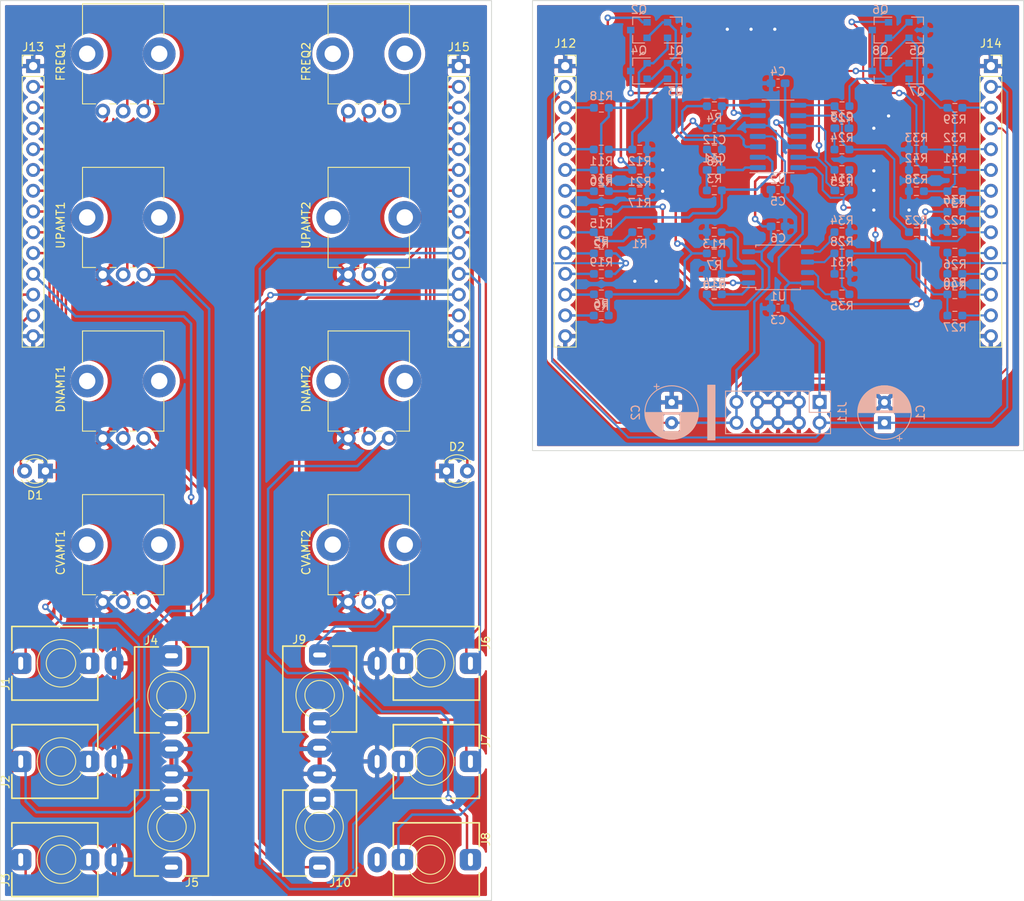
<source format=kicad_pcb>
(kicad_pcb (version 20171130) (host pcbnew "(5.1.10)-1")
  (layers (0 F.Cu signal hide) (31 B.Cu signal) (34 B.Paste user) (35 F.Paste user) (36 B.SilkS user) (37 F.SilkS user) (38 B.Mask user) (39 F.Mask user) (44 Edge.Cuts user))
  (net 0 "")
  (net 1 GND)
  (net 2 +12V)
  (net 3 -12V)
  (net 4 "Net-(C11-Pad2)")
  (net 5 "Net-(C11-Pad1)")
  (net 6 "Net-(C12-Pad2)")
  (net 7 "Net-(C12-Pad1)")
  (net 8 "Net-(C13-Pad2)")
  (net 9 "Net-(C13-Pad1)")
  (net 10 "Net-(C14-Pad2)")
  (net 11 "Net-(C14-Pad1)")
  (net 12 "Net-(DNAMT1-Pad1)")
  (net 13 "Net-(DNAMT2-Pad1)")
  (net 14 "Net-(J2-PadT)")
  (net 15 "Net-(J4-PadTN)")
  (net 16 "Net-(J5-PadTN)")
  (net 17 "Net-(J7-PadT)")
  (net 18 "Net-(J8-PadS)")
  (net 19 "Net-(J9-PadTN)")
  (net 20 "Net-(J10-PadTN)")
  (net 21 "Net-(Q1-Pad2)")
  (net 22 "Net-(Q1-Pad1)")
  (net 23 "Net-(Q2-Pad1)")
  (net 24 "Net-(Q3-Pad1)")
  (net 25 "Net-(Q5-Pad2)")
  (net 26 "Net-(Q5-Pad1)")
  (net 27 "Net-(Q6-Pad1)")
  (net 28 "Net-(Q7-Pad1)")
  (net 29 "Net-(R2-Pad2)")
  (net 30 "Net-(R4-Pad1)")
  (net 31 "Net-(R10-Pad2)")
  (net 32 "Net-(R13-Pad2)")
  (net 33 "Net-(R14-Pad1)")
  (net 34 "Net-(R23-Pad2)")
  (net 35 "Net-(R25-Pad1)")
  (net 36 "Net-(R28-Pad2)")
  (net 37 "Net-(R34-Pad2)")
  (net 38 "Net-(R35-Pad1)")
  (net 39 "Net-(CVAMT1-Pad1)")
  (net 40 /CVAMT1_WIPER_PA)
  (net 41 "Net-(CVAMT2-Pad1)")
  (net 42 /CVAMT2_WIPER_PA)
  (net 43 /LED1_PA)
  (net 44 /LED2_PA)
  (net 45 /DNAMT1_WIPER_PA)
  (net 46 /DNAMT2_WIPER_PA)
  (net 47 /FREQ1_P1_PA)
  (net 48 /FREQ1_WIPER_PA)
  (net 49 /FREQ1_P3_PA)
  (net 50 /FREQ2_P1_PA)
  (net 51 /FREQ2_WIPER_PA)
  (net 52 /FREQ2_P3_PA)
  (net 53 /GATE1_TN_PA)
  (net 54 /GATE1_T_PA)
  (net 55 /UP1_TN_PA)
  (net 56 /DOWN1_TN_PA)
  (net 57 /OUT1_T_PA)
  (net 58 /GATE2_TN_PA)
  (net 59 /GATE2_T_PA)
  (net 60 /UP2_TN_PA)
  (net 61 /DOWN2_TN_PA)
  (net 62 /OUT2_T_PA)
  (net 63 /LED1_B)
  (net 64 /OUT1_T_B)
  (net 65 /DOWN1_TN_B)
  (net 66 /UP1_TN_B)
  (net 67 /GATE1_T_B)
  (net 68 /GATE1_TN_B)
  (net 69 /CVAMT1_WIPER_B)
  (net 70 /DNAMT1_WIPER_B)
  (net 71 /UPAMT1_WIPER_B)
  (net 72 /FREQ1_WIPER_B)
  (net 73 /UPAMT1_WIPER_PA)
  (net 74 /LED2_B)
  (net 75 /OUT2_T_B)
  (net 76 /DOWN2_TN_B)
  (net 77 /UP2_TN_B)
  (net 78 /GATE2_T_B)
  (net 79 /GATE2_TN_B)
  (net 80 /CVAMT2_WIPER_B)
  (net 81 /DNAMT2_WIPER_B)
  (net 82 /UPAMT2_WIPER_B)
  (net 83 /FREQ2_WIPER_B)
  (net 84 /UPAMT2_WIPER_PA)
  (module Capacitor_THT:CP_Radial_D6.3mm_P2.50mm (layer B.Cu) (at 138 81.6 90)
    (fp_text reference C1 (at 1.25 4.4 90) (layer B.SilkS) (effects (justify mirror)))
    (fp_text value 10u)
    (pad 2 thru_hole circle (at 2.5 0 90) (size 1.6 1.6) (drill 0.8) (layers *.Cu *.Mask) (net 1 GND))
    (pad 1 thru_hole rect (at 0 0 90) (size 1.6 1.6) (drill 0.8) (layers *.Cu *.Mask) (net 2 +12V))
  )
  (module Potentiometer_THT:Potentiometer_Bourns_PTV09A-1_Single_Vertical (layer F.Cu) (at 77.5 43.5 90)
    (fp_text reference FREQ2 (at 6.05 -10.15 90) (layer F.SilkS))
    (fp_text value 100k)
    (pad "" np_thru_hole circle (at 7 1.9 90) (size 4 4) (drill 2) (layers *.Cu *.Mask))
    (pad "" np_thru_hole circle (at 7 -6.9 90) (size 4 4) (drill 2) (layers *.Cu *.Mask))
    (pad 1 thru_hole circle (at 0 0 90) (size 1.8 1.8) (drill 1) (layers *.Cu *.Mask) (net 50 /FREQ2_P1_PA))
    (pad 2 thru_hole circle (at 0 -2.5 90) (size 1.8 1.8) (drill 1) (layers *.Cu *.Mask) (net 51 /FREQ2_WIPER_PA))
    (pad 3 thru_hole circle (at 0 -5 90) (size 1.8 1.8) (drill 1) (layers *.Cu *.Mask) (net 52 /FREQ2_P3_PA))
  )
  (module Connector_PinHeader_2.54mm:PinHeader_1x14_P2.54mm_Vertical (layer F.Cu) (at 86 38)
    (fp_text reference J15 (at 0 -2.33) (layer F.SilkS))
    (fp_text value Conn_01x14_Male)
    (pad 14 thru_hole oval (at 0 33.02) (size 1.7 1.7) (drill 1) (layers *.Cu *.Mask) (net 1 GND))
    (pad 13 thru_hole oval (at 0 30.48) (size 1.7 1.7) (drill 1) (layers *.Cu *.Mask) (net 44 /LED2_PA))
    (pad 12 thru_hole oval (at 0 27.94) (size 1.7 1.7) (drill 1) (layers *.Cu *.Mask) (net 62 /OUT2_T_PA))
    (pad 11 thru_hole oval (at 0 25.4) (size 1.7 1.7) (drill 1) (layers *.Cu *.Mask) (net 61 /DOWN2_TN_PA))
    (pad 10 thru_hole oval (at 0 22.86) (size 1.7 1.7) (drill 1) (layers *.Cu *.Mask) (net 60 /UP2_TN_PA))
    (pad 9 thru_hole oval (at 0 20.32) (size 1.7 1.7) (drill 1) (layers *.Cu *.Mask) (net 59 /GATE2_T_PA))
    (pad 8 thru_hole oval (at 0 17.78) (size 1.7 1.7) (drill 1) (layers *.Cu *.Mask) (net 58 /GATE2_TN_PA))
    (pad 7 thru_hole oval (at 0 15.24) (size 1.7 1.7) (drill 1) (layers *.Cu *.Mask) (net 42 /CVAMT2_WIPER_PA))
    (pad 6 thru_hole oval (at 0 12.7) (size 1.7 1.7) (drill 1) (layers *.Cu *.Mask) (net 46 /DNAMT2_WIPER_PA))
    (pad 5 thru_hole oval (at 0 10.16) (size 1.7 1.7) (drill 1) (layers *.Cu *.Mask) (net 84 /UPAMT2_WIPER_PA))
    (pad 4 thru_hole oval (at 0 7.62) (size 1.7 1.7) (drill 1) (layers *.Cu *.Mask) (net 52 /FREQ2_P3_PA))
    (pad 3 thru_hole oval (at 0 5.08) (size 1.7 1.7) (drill 1) (layers *.Cu *.Mask) (net 51 /FREQ2_WIPER_PA))
    (pad 2 thru_hole oval (at 0 2.54) (size 1.7 1.7) (drill 1) (layers *.Cu *.Mask) (net 50 /FREQ2_P1_PA))
    (pad 1 thru_hole rect (at 0 0) (size 1.7 1.7) (drill 1) (layers *.Cu *.Mask) (net 1 GND))
  )
  (module Connector_PinSocket_2.54mm:PinSocket_1x14_P2.54mm_Vertical (layer F.Cu) (at 151 38)
    (fp_text reference J14 (at 0 -2.77) (layer F.SilkS))
    (fp_text value Conn_01x14_Female)
    (pad 14 thru_hole oval (at 0 33.02) (size 1.7 1.7) (drill 1) (layers *.Cu *.Mask) (net 1 GND))
    (pad 13 thru_hole oval (at 0 30.48) (size 1.7 1.7) (drill 1) (layers *.Cu *.Mask) (net 74 /LED2_B))
    (pad 12 thru_hole oval (at 0 27.94) (size 1.7 1.7) (drill 1) (layers *.Cu *.Mask) (net 75 /OUT2_T_B))
    (pad 11 thru_hole oval (at 0 25.4) (size 1.7 1.7) (drill 1) (layers *.Cu *.Mask) (net 76 /DOWN2_TN_B))
    (pad 10 thru_hole oval (at 0 22.86) (size 1.7 1.7) (drill 1) (layers *.Cu *.Mask) (net 77 /UP2_TN_B))
    (pad 9 thru_hole oval (at 0 20.32) (size 1.7 1.7) (drill 1) (layers *.Cu *.Mask) (net 78 /GATE2_T_B))
    (pad 8 thru_hole oval (at 0 17.78) (size 1.7 1.7) (drill 1) (layers *.Cu *.Mask) (net 79 /GATE2_TN_B))
    (pad 7 thru_hole oval (at 0 15.24) (size 1.7 1.7) (drill 1) (layers *.Cu *.Mask) (net 80 /CVAMT2_WIPER_B))
    (pad 6 thru_hole oval (at 0 12.7) (size 1.7 1.7) (drill 1) (layers *.Cu *.Mask) (net 81 /DNAMT2_WIPER_B))
    (pad 5 thru_hole oval (at 0 10.16) (size 1.7 1.7) (drill 1) (layers *.Cu *.Mask) (net 82 /UPAMT2_WIPER_B))
    (pad 4 thru_hole oval (at 0 7.62) (size 1.7 1.7) (drill 1) (layers *.Cu *.Mask) (net 3 -12V))
    (pad 3 thru_hole oval (at 0 5.08) (size 1.7 1.7) (drill 1) (layers *.Cu *.Mask) (net 83 /FREQ2_WIPER_B))
    (pad 2 thru_hole oval (at 0 2.54) (size 1.7 1.7) (drill 1) (layers *.Cu *.Mask) (net 2 +12V))
    (pad 1 thru_hole rect (at 0 0) (size 1.7 1.7) (drill 1) (layers *.Cu *.Mask) (net 1 GND))
  )
  (module Connector_PinHeader_2.54mm:PinHeader_1x14_P2.54mm_Vertical (layer F.Cu) (at 34 38)
    (fp_text reference J13 (at 0 -2.33) (layer F.SilkS))
    (fp_text value Conn_01x14_Male)
    (pad 14 thru_hole oval (at 0 33.02) (size 1.7 1.7) (drill 1) (layers *.Cu *.Mask) (net 1 GND))
    (pad 13 thru_hole oval (at 0 30.48) (size 1.7 1.7) (drill 1) (layers *.Cu *.Mask) (net 43 /LED1_PA))
    (pad 12 thru_hole oval (at 0 27.94) (size 1.7 1.7) (drill 1) (layers *.Cu *.Mask) (net 57 /OUT1_T_PA))
    (pad 11 thru_hole oval (at 0 25.4) (size 1.7 1.7) (drill 1) (layers *.Cu *.Mask) (net 56 /DOWN1_TN_PA))
    (pad 10 thru_hole oval (at 0 22.86) (size 1.7 1.7) (drill 1) (layers *.Cu *.Mask) (net 55 /UP1_TN_PA))
    (pad 9 thru_hole oval (at 0 20.32) (size 1.7 1.7) (drill 1) (layers *.Cu *.Mask) (net 54 /GATE1_T_PA))
    (pad 8 thru_hole oval (at 0 17.78) (size 1.7 1.7) (drill 1) (layers *.Cu *.Mask) (net 53 /GATE1_TN_PA))
    (pad 7 thru_hole oval (at 0 15.24) (size 1.7 1.7) (drill 1) (layers *.Cu *.Mask) (net 40 /CVAMT1_WIPER_PA))
    (pad 6 thru_hole oval (at 0 12.7) (size 1.7 1.7) (drill 1) (layers *.Cu *.Mask) (net 45 /DNAMT1_WIPER_PA))
    (pad 5 thru_hole oval (at 0 10.16) (size 1.7 1.7) (drill 1) (layers *.Cu *.Mask) (net 73 /UPAMT1_WIPER_PA))
    (pad 4 thru_hole oval (at 0 7.62) (size 1.7 1.7) (drill 1) (layers *.Cu *.Mask) (net 49 /FREQ1_P3_PA))
    (pad 3 thru_hole oval (at 0 5.08) (size 1.7 1.7) (drill 1) (layers *.Cu *.Mask) (net 48 /FREQ1_WIPER_PA))
    (pad 2 thru_hole oval (at 0 2.54) (size 1.7 1.7) (drill 1) (layers *.Cu *.Mask) (net 47 /FREQ1_P1_PA))
    (pad 1 thru_hole rect (at 0 0) (size 1.7 1.7) (drill 1) (layers *.Cu *.Mask) (net 1 GND))
  )
  (module Connector_PinSocket_2.54mm:PinSocket_1x14_P2.54mm_Vertical (layer F.Cu) (at 99 38)
    (fp_text reference J12 (at 0 -2.77) (layer F.SilkS))
    (fp_text value Conn_01x14_Female)
    (pad 14 thru_hole oval (at 0 33.02) (size 1.7 1.7) (drill 1) (layers *.Cu *.Mask) (net 1 GND))
    (pad 13 thru_hole oval (at 0 30.48) (size 1.7 1.7) (drill 1) (layers *.Cu *.Mask) (net 63 /LED1_B))
    (pad 12 thru_hole oval (at 0 27.94) (size 1.7 1.7) (drill 1) (layers *.Cu *.Mask) (net 64 /OUT1_T_B))
    (pad 11 thru_hole oval (at 0 25.4) (size 1.7 1.7) (drill 1) (layers *.Cu *.Mask) (net 65 /DOWN1_TN_B))
    (pad 10 thru_hole oval (at 0 22.86) (size 1.7 1.7) (drill 1) (layers *.Cu *.Mask) (net 66 /UP1_TN_B))
    (pad 9 thru_hole oval (at 0 20.32) (size 1.7 1.7) (drill 1) (layers *.Cu *.Mask) (net 67 /GATE1_T_B))
    (pad 8 thru_hole oval (at 0 17.78) (size 1.7 1.7) (drill 1) (layers *.Cu *.Mask) (net 68 /GATE1_TN_B))
    (pad 7 thru_hole oval (at 0 15.24) (size 1.7 1.7) (drill 1) (layers *.Cu *.Mask) (net 69 /CVAMT1_WIPER_B))
    (pad 6 thru_hole oval (at 0 12.7) (size 1.7 1.7) (drill 1) (layers *.Cu *.Mask) (net 70 /DNAMT1_WIPER_B))
    (pad 5 thru_hole oval (at 0 10.16) (size 1.7 1.7) (drill 1) (layers *.Cu *.Mask) (net 71 /UPAMT1_WIPER_B))
    (pad 4 thru_hole oval (at 0 7.62) (size 1.7 1.7) (drill 1) (layers *.Cu *.Mask) (net 3 -12V))
    (pad 3 thru_hole oval (at 0 5.08) (size 1.7 1.7) (drill 1) (layers *.Cu *.Mask) (net 72 /FREQ1_WIPER_B))
    (pad 2 thru_hole oval (at 0 2.54) (size 1.7 1.7) (drill 1) (layers *.Cu *.Mask) (net 2 +12V))
    (pad 1 thru_hole rect (at 0 0) (size 1.7 1.7) (drill 1) (layers *.Cu *.Mask) (net 1 GND))
  )
  (module Potentiometer_THT:Potentiometer_Bourns_PTV09A-1_Single_Vertical (layer F.Cu) (at 77.5 63.5 90)
    (fp_text reference UPAMT2 (at 6.05 -10.15 90) (layer F.SilkS))
    (fp_text value 100k)
    (pad "" np_thru_hole circle (at 7 1.9 90) (size 4 4) (drill 2) (layers *.Cu *.Mask))
    (pad "" np_thru_hole circle (at 7 -6.9 90) (size 4 4) (drill 2) (layers *.Cu *.Mask))
    (pad 1 thru_hole circle (at 0 0 90) (size 1.8 1.8) (drill 1) (layers *.Cu *.Mask) (net 17 "Net-(J7-PadT)"))
    (pad 2 thru_hole circle (at 0 -2.5 90) (size 1.8 1.8) (drill 1) (layers *.Cu *.Mask) (net 84 /UPAMT2_WIPER_PA))
    (pad 3 thru_hole circle (at 0 -5 90) (size 1.8 1.8) (drill 1) (layers *.Cu *.Mask) (net 1 GND))
  )
  (module Potentiometer_THT:Potentiometer_Bourns_PTV09A-1_Single_Vertical (layer F.Cu) (at 47.5 63.5 90)
    (fp_text reference UPAMT1 (at 6.05 -10.15 90) (layer F.SilkS))
    (fp_text value 100k)
    (pad "" np_thru_hole circle (at 7 1.9 90) (size 4 4) (drill 2) (layers *.Cu *.Mask))
    (pad "" np_thru_hole circle (at 7 -6.9 90) (size 4 4) (drill 2) (layers *.Cu *.Mask))
    (pad 1 thru_hole circle (at 0 0 90) (size 1.8 1.8) (drill 1) (layers *.Cu *.Mask) (net 14 "Net-(J2-PadT)"))
    (pad 2 thru_hole circle (at 0 -2.5 90) (size 1.8 1.8) (drill 1) (layers *.Cu *.Mask) (net 73 /UPAMT1_WIPER_PA))
    (pad 3 thru_hole circle (at 0 -5 90) (size 1.8 1.8) (drill 1) (layers *.Cu *.Mask) (net 1 GND))
  )
  (module Package_SO:SOIC-14_3.9x8.7mm_P1.27mm (layer B.Cu) (at 125 46.6)
    (fp_text reference U2 (at 0 5.28) (layer B.SilkS) (effects (justify mirror)))
    (fp_text value TL074)
    (pad 14 smd roundrect (at 2.475 3.81) (size 1.95 0.6) (layers B.Cu B.Paste B.Mask) (net 11 "Net-(C14-Pad1)"))
    (pad 13 smd roundrect (at 2.475 2.54) (size 1.95 0.6) (layers B.Cu B.Paste B.Mask) (net 10 "Net-(C14-Pad2)"))
    (pad 12 smd roundrect (at 2.475 1.27) (size 1.95 0.6) (layers B.Cu B.Paste B.Mask) (net 1 GND))
    (pad 11 smd roundrect (at 2.475 0) (size 1.95 0.6) (layers B.Cu B.Paste B.Mask) (net 3 -12V))
    (pad 10 smd roundrect (at 2.475 -1.27) (size 1.95 0.6) (layers B.Cu B.Paste B.Mask) (net 35 "Net-(R25-Pad1)"))
    (pad 9 smd roundrect (at 2.475 -2.54) (size 1.95 0.6) (layers B.Cu B.Paste B.Mask) (net 34 "Net-(R23-Pad2)"))
    (pad 8 smd roundrect (at 2.475 -3.81) (size 1.95 0.6) (layers B.Cu B.Paste B.Mask) (net 9 "Net-(C13-Pad1)"))
    (pad 7 smd roundrect (at -2.475 -3.81) (size 1.95 0.6) (layers B.Cu B.Paste B.Mask) (net 7 "Net-(C12-Pad1)"))
    (pad 6 smd roundrect (at -2.475 -2.54) (size 1.95 0.6) (layers B.Cu B.Paste B.Mask) (net 6 "Net-(C12-Pad2)"))
    (pad 5 smd roundrect (at -2.475 -1.27) (size 1.95 0.6) (layers B.Cu B.Paste B.Mask) (net 1 GND))
    (pad 4 smd roundrect (at -2.475 0) (size 1.95 0.6) (layers B.Cu B.Paste B.Mask) (net 2 +12V))
    (pad 3 smd roundrect (at -2.475 1.27) (size 1.95 0.6) (layers B.Cu B.Paste B.Mask) (net 30 "Net-(R4-Pad1)"))
    (pad 2 smd roundrect (at -2.475 2.54) (size 1.95 0.6) (layers B.Cu B.Paste B.Mask) (net 29 "Net-(R2-Pad2)"))
    (pad 1 smd roundrect (at -2.475 3.81) (size 1.95 0.6) (layers B.Cu B.Paste B.Mask) (net 5 "Net-(C11-Pad1)"))
  )
  (module Package_SO:SOIC-8_5.23x5.23mm_P1.27mm (layer B.Cu) (at 125 62.6)
    (fp_text reference U1 (at 0 3.56) (layer B.SilkS) (effects (justify mirror)))
    (fp_text value TL072)
    (pad 8 smd roundrect (at 3.6 1.905) (size 1.6 0.6) (layers B.Cu B.Paste B.Mask) (net 2 +12V))
    (pad 7 smd roundrect (at 3.6 0.635) (size 1.6 0.6) (layers B.Cu B.Paste B.Mask) (net 38 "Net-(R35-Pad1)"))
    (pad 6 smd roundrect (at 3.6 -0.635) (size 1.6 0.6) (layers B.Cu B.Paste B.Mask) (net 36 "Net-(R28-Pad2)"))
    (pad 5 smd roundrect (at 3.6 -1.905) (size 1.6 0.6) (layers B.Cu B.Paste B.Mask) (net 37 "Net-(R34-Pad2)"))
    (pad 4 smd roundrect (at -3.6 -1.905) (size 1.6 0.6) (layers B.Cu B.Paste B.Mask) (net 3 -12V))
    (pad 3 smd roundrect (at -3.6 -0.635) (size 1.6 0.6) (layers B.Cu B.Paste B.Mask) (net 32 "Net-(R13-Pad2)"))
    (pad 2 smd roundrect (at -3.6 0.635) (size 1.6 0.6) (layers B.Cu B.Paste B.Mask) (net 31 "Net-(R10-Pad2)"))
    (pad 1 smd roundrect (at -3.6 1.905) (size 1.6 0.6) (layers B.Cu B.Paste B.Mask) (net 33 "Net-(R14-Pad1)"))
  )
  (module Resistor_SMD:R_0603_1608Metric_Pad0.98x0.95mm_HandSolder (layer B.Cu) (at 141.9 50.7 180)
    (fp_text reference R42 (at 0 1.43) (layer B.SilkS) (effects (justify mirror)))
    (fp_text value 3k3)
    (pad 2 smd roundrect (at 0.9125 0 180) (size 0.975 0.95) (layers B.Cu B.Paste B.Mask) (net 1 GND))
    (pad 1 smd roundrect (at -0.9125 0 180) (size 0.975 0.95) (layers B.Cu B.Paste B.Mask) (net 27 "Net-(Q6-Pad1)"))
  )
  (module Resistor_SMD:R_0603_1608Metric_Pad0.98x0.95mm_HandSolder (layer B.Cu) (at 146.6 50.7 180)
    (fp_text reference R41 (at 0 1.43) (layer B.SilkS) (effects (justify mirror)))
    (fp_text value 100k)
    (pad 2 smd roundrect (at 0.9125 0 180) (size 0.975 0.95) (layers B.Cu B.Paste B.Mask) (net 27 "Net-(Q6-Pad1)"))
    (pad 1 smd roundrect (at -0.9125 0 180) (size 0.975 0.95) (layers B.Cu B.Paste B.Mask) (net 81 /DNAMT2_WIPER_B))
  )
  (module Resistor_SMD:R_0603_1608Metric_Pad0.98x0.95mm_HandSolder (layer B.Cu) (at 146.6 63.4)
    (fp_text reference R40 (at 0 1.43) (layer B.SilkS) (effects (justify mirror)))
    (fp_text value 10k)
    (pad 2 smd roundrect (at 0.9125 0) (size 0.975 0.95) (layers B.Cu B.Paste B.Mask) (net 76 /DOWN2_TN_B))
    (pad 1 smd roundrect (at -0.9125 0) (size 0.975 0.95) (layers B.Cu B.Paste B.Mask) (net 2 +12V))
  )
  (module Resistor_SMD:R_0603_1608Metric_Pad0.98x0.95mm_HandSolder (layer B.Cu) (at 146.6 43.1)
    (fp_text reference R39 (at 0 1.43) (layer B.SilkS) (effects (justify mirror)))
    (fp_text value 100k)
    (pad 2 smd roundrect (at 0.9125 0) (size 0.975 0.95) (layers B.Cu B.Paste B.Mask) (net 83 /FREQ2_WIPER_B))
    (pad 1 smd roundrect (at -0.9125 0) (size 0.975 0.95) (layers B.Cu B.Paste B.Mask) (net 26 "Net-(Q5-Pad1)"))
  )
  (module Resistor_SMD:R_0603_1608Metric_Pad0.98x0.95mm_HandSolder (layer B.Cu) (at 141.9 53.3 180)
    (fp_text reference R38 (at 0 1.43) (layer B.SilkS) (effects (justify mirror)))
    (fp_text value 1k8)
    (pad 2 smd roundrect (at 0.9125 0 180) (size 0.975 0.95) (layers B.Cu B.Paste B.Mask) (net 1 GND))
    (pad 1 smd roundrect (at -0.9125 0 180) (size 0.975 0.95) (layers B.Cu B.Paste B.Mask) (net 26 "Net-(Q5-Pad1)"))
  )
  (module Resistor_SMD:R_0603_1608Metric_Pad0.98x0.95mm_HandSolder (layer B.Cu) (at 146.6 53.3)
    (fp_text reference R37 (at 0 1.43) (layer B.SilkS) (effects (justify mirror)))
    (fp_text value 100k)
    (pad 2 smd roundrect (at 0.9125 0) (size 0.975 0.95) (layers B.Cu B.Paste B.Mask) (net 80 /CVAMT2_WIPER_B))
    (pad 1 smd roundrect (at -0.9125 0) (size 0.975 0.95) (layers B.Cu B.Paste B.Mask) (net 26 "Net-(Q5-Pad1)"))
  )
  (module Resistor_SMD:R_0603_1608Metric_Pad0.98x0.95mm_HandSolder (layer B.Cu) (at 146.6 55.8 180)
    (fp_text reference R36 (at 0 1.43) (layer B.SilkS) (effects (justify mirror)))
    (fp_text value 1k)
    (pad 2 smd roundrect (at 0.9125 0 180) (size 0.975 0.95) (layers B.Cu B.Paste B.Mask) (net 38 "Net-(R35-Pad1)"))
    (pad 1 smd roundrect (at -0.9125 0 180) (size 0.975 0.95) (layers B.Cu B.Paste B.Mask) (net 79 /GATE2_TN_B))
  )
  (module Resistor_SMD:R_0603_1608Metric_Pad0.98x0.95mm_HandSolder (layer B.Cu) (at 132.8 65.9)
    (fp_text reference R35 (at 0 1.43) (layer B.SilkS) (effects (justify mirror)))
    (fp_text value 220k)
    (pad 2 smd roundrect (at 0.9125 0) (size 0.975 0.95) (layers B.Cu B.Paste B.Mask) (net 37 "Net-(R34-Pad2)"))
    (pad 1 smd roundrect (at -0.9125 0) (size 0.975 0.95) (layers B.Cu B.Paste B.Mask) (net 38 "Net-(R35-Pad1)"))
  )
  (module Resistor_SMD:R_0603_1608Metric_Pad0.98x0.95mm_HandSolder (layer B.Cu) (at 132.8 58.3 180)
    (fp_text reference R34 (at 0 1.43) (layer B.SilkS) (effects (justify mirror)))
    (fp_text value 100k)
    (pad 2 smd roundrect (at 0.9125 0 180) (size 0.975 0.95) (layers B.Cu B.Paste B.Mask) (net 37 "Net-(R34-Pad2)"))
    (pad 1 smd roundrect (at -0.9125 0 180) (size 0.975 0.95) (layers B.Cu B.Paste B.Mask) (net 1 GND))
  )
  (module Resistor_SMD:R_0603_1608Metric_Pad0.98x0.95mm_HandSolder (layer B.Cu) (at 141.9 48.2 180)
    (fp_text reference R33 (at 0 1.43) (layer B.SilkS) (effects (justify mirror)))
    (fp_text value 3k3)
    (pad 2 smd roundrect (at 0.9125 0 180) (size 0.975 0.95) (layers B.Cu B.Paste B.Mask) (net 1 GND))
    (pad 1 smd roundrect (at -0.9125 0 180) (size 0.975 0.95) (layers B.Cu B.Paste B.Mask) (net 28 "Net-(Q7-Pad1)"))
  )
  (module Resistor_SMD:R_0603_1608Metric_Pad0.98x0.95mm_HandSolder (layer B.Cu) (at 146.6 48.2 180)
    (fp_text reference R32 (at 0 1.43) (layer B.SilkS) (effects (justify mirror)))
    (fp_text value 100k)
    (pad 2 smd roundrect (at 0.9125 0 180) (size 0.975 0.95) (layers B.Cu B.Paste B.Mask) (net 28 "Net-(Q7-Pad1)"))
    (pad 1 smd roundrect (at -0.9125 0 180) (size 0.975 0.95) (layers B.Cu B.Paste B.Mask) (net 82 /UPAMT2_WIPER_B))
  )
  (module Resistor_SMD:R_0603_1608Metric_Pad0.98x0.95mm_HandSolder (layer B.Cu) (at 132.8 63.4 180)
    (fp_text reference R31 (at 0 1.43) (layer B.SilkS) (effects (justify mirror)))
    (fp_text value 100k)
    (pad 2 smd roundrect (at 0.9125 0 180) (size 0.975 0.95) (layers B.Cu B.Paste B.Mask) (net 36 "Net-(R28-Pad2)"))
    (pad 1 smd roundrect (at -0.9125 0 180) (size 0.975 0.95) (layers B.Cu B.Paste B.Mask) (net 1 GND))
  )
  (module Resistor_SMD:R_0603_1608Metric_Pad0.98x0.95mm_HandSolder (layer B.Cu) (at 146.6 65.9 180)
    (fp_text reference R30 (at 0 1.43) (layer B.SilkS) (effects (justify mirror)))
    (fp_text value 1k)
    (pad 2 smd roundrect (at 0.9125 0 180) (size 0.975 0.95) (layers B.Cu B.Paste B.Mask) (net 11 "Net-(C14-Pad1)"))
    (pad 1 smd roundrect (at -0.9125 0 180) (size 0.975 0.95) (layers B.Cu B.Paste B.Mask) (net 75 /OUT2_T_B))
  )
  (module Resistor_SMD:R_0603_1608Metric_Pad0.98x0.95mm_HandSolder (layer B.Cu) (at 132.8125 42.9)
    (fp_text reference R29 (at 0 1.43) (layer B.SilkS) (effects (justify mirror)))
    (fp_text value 10k)
    (pad 2 smd roundrect (at 0.9125 0) (size 0.975 0.95) (layers B.Cu B.Paste B.Mask) (net 25 "Net-(Q5-Pad2)"))
    (pad 1 smd roundrect (at -0.9125 0) (size 0.975 0.95) (layers B.Cu B.Paste B.Mask) (net 9 "Net-(C13-Pad1)"))
  )
  (module Resistor_SMD:R_0603_1608Metric_Pad0.98x0.95mm_HandSolder (layer B.Cu) (at 132.8 60.9 180)
    (fp_text reference R28 (at 0 1.43) (layer B.SilkS) (effects (justify mirror)))
    (fp_text value 100k)
    (pad 2 smd roundrect (at 0.9125 0 180) (size 0.975 0.95) (layers B.Cu B.Paste B.Mask) (net 36 "Net-(R28-Pad2)"))
    (pad 1 smd roundrect (at -0.9125 0 180) (size 0.975 0.95) (layers B.Cu B.Paste B.Mask) (net 11 "Net-(C14-Pad1)"))
  )
  (module Resistor_SMD:R_0603_1608Metric_Pad0.98x0.95mm_HandSolder (layer B.Cu) (at 146.6 68.5)
    (fp_text reference R27 (at 0 1.43) (layer B.SilkS) (effects (justify mirror)))
    (fp_text value 3k3)
    (pad 2 smd roundrect (at 0.9125 0) (size 0.975 0.95) (layers B.Cu B.Paste B.Mask) (net 74 /LED2_B))
    (pad 1 smd roundrect (at -0.9125 0) (size 0.975 0.95) (layers B.Cu B.Paste B.Mask) (net 11 "Net-(C14-Pad1)"))
  )
  (module Resistor_SMD:R_0603_1608Metric_Pad0.98x0.95mm_HandSolder (layer B.Cu) (at 146.6 60.8)
    (fp_text reference R26 (at 0 1.43) (layer B.SilkS) (effects (justify mirror)))
    (fp_text value 10k)
    (pad 2 smd roundrect (at 0.9125 0) (size 0.975 0.95) (layers B.Cu B.Paste B.Mask) (net 77 /UP2_TN_B))
    (pad 1 smd roundrect (at -0.9125 0) (size 0.975 0.95) (layers B.Cu B.Paste B.Mask) (net 2 +12V))
  )
  (module Resistor_SMD:R_0603_1608Metric_Pad0.98x0.95mm_HandSolder (layer B.Cu) (at 132.8 50.7)
    (fp_text reference R25 (at 0 1.43) (layer B.SilkS) (effects (justify mirror)))
    (fp_text value 220k)
    (pad 2 smd roundrect (at 0.9125 0) (size 0.975 0.95) (layers B.Cu B.Paste B.Mask) (net 11 "Net-(C14-Pad1)"))
    (pad 1 smd roundrect (at -0.9125 0) (size 0.975 0.95) (layers B.Cu B.Paste B.Mask) (net 35 "Net-(R25-Pad1)"))
  )
  (module Resistor_SMD:R_0603_1608Metric_Pad0.98x0.95mm_HandSolder (layer B.Cu) (at 132.8 48.2 180)
    (fp_text reference R24 (at 0 1.43) (layer B.SilkS) (effects (justify mirror)))
    (fp_text value 10M)
    (pad 2 smd roundrect (at 0.9125 0 180) (size 0.975 0.95) (layers B.Cu B.Paste B.Mask) (net 8 "Net-(C13-Pad2)"))
    (pad 1 smd roundrect (at -0.9125 0 180) (size 0.975 0.95) (layers B.Cu B.Paste B.Mask) (net 34 "Net-(R23-Pad2)"))
  )
  (module Resistor_SMD:R_0603_1608Metric_Pad0.98x0.95mm_HandSolder (layer B.Cu) (at 141.9 58.3 180)
    (fp_text reference R23 (at 0 1.43) (layer B.SilkS) (effects (justify mirror)))
    (fp_text value 100k)
    (pad 2 smd roundrect (at 0.9125 0 180) (size 0.975 0.95) (layers B.Cu B.Paste B.Mask) (net 34 "Net-(R23-Pad2)"))
    (pad 1 smd roundrect (at -0.9125 0 180) (size 0.975 0.95) (layers B.Cu B.Paste B.Mask) (net 78 /GATE2_T_B))
  )
  (module Resistor_SMD:R_0603_1608Metric_Pad0.98x0.95mm_HandSolder (layer B.Cu) (at 146.5875 58.3 180)
    (fp_text reference R22 (at 0 1.43) (layer B.SilkS) (effects (justify mirror)))
    (fp_text value 100k)
    (pad 2 smd roundrect (at 0.9125 0 180) (size 0.975 0.95) (layers B.Cu B.Paste B.Mask) (net 1 GND))
    (pad 1 smd roundrect (at -0.9125 0 180) (size 0.975 0.95) (layers B.Cu B.Paste B.Mask) (net 78 /GATE2_T_B))
  )
  (module Resistor_SMD:R_0603_1608Metric_Pad0.98x0.95mm_HandSolder (layer B.Cu) (at 108.1 50.7)
    (fp_text reference R21 (at 0 1.43) (layer B.SilkS) (effects (justify mirror)))
    (fp_text value 3k3)
    (pad 2 smd roundrect (at 0.9125 0) (size 0.975 0.95) (layers B.Cu B.Paste B.Mask) (net 1 GND))
    (pad 1 smd roundrect (at -0.9125 0) (size 0.975 0.95) (layers B.Cu B.Paste B.Mask) (net 23 "Net-(Q2-Pad1)"))
  )
  (module Resistor_SMD:R_0603_1608Metric_Pad0.98x0.95mm_HandSolder (layer B.Cu) (at 103.4125 50.7)
    (fp_text reference R20 (at 0 1.43) (layer B.SilkS) (effects (justify mirror)))
    (fp_text value 100k)
    (pad 2 smd roundrect (at 0.9125 0) (size 0.975 0.95) (layers B.Cu B.Paste B.Mask) (net 23 "Net-(Q2-Pad1)"))
    (pad 1 smd roundrect (at -0.9125 0) (size 0.975 0.95) (layers B.Cu B.Paste B.Mask) (net 70 /DNAMT1_WIPER_B))
  )
  (module Resistor_SMD:R_0603_1608Metric_Pad0.98x0.95mm_HandSolder (layer B.Cu) (at 103.4125 63.4 180)
    (fp_text reference R19 (at 0 1.43) (layer B.SilkS) (effects (justify mirror)))
    (fp_text value 10k)
    (pad 2 smd roundrect (at 0.9125 0 180) (size 0.975 0.95) (layers B.Cu B.Paste B.Mask) (net 65 /DOWN1_TN_B))
    (pad 1 smd roundrect (at -0.9125 0 180) (size 0.975 0.95) (layers B.Cu B.Paste B.Mask) (net 2 +12V))
  )
  (module Resistor_SMD:R_0603_1608Metric_Pad0.98x0.95mm_HandSolder (layer B.Cu) (at 103.4125 43.1 180)
    (fp_text reference R18 (at 0 1.43) (layer B.SilkS) (effects (justify mirror)))
    (fp_text value 100k)
    (pad 2 smd roundrect (at 0.9125 0 180) (size 0.975 0.95) (layers B.Cu B.Paste B.Mask) (net 72 /FREQ1_WIPER_B))
    (pad 1 smd roundrect (at -0.9125 0 180) (size 0.975 0.95) (layers B.Cu B.Paste B.Mask) (net 22 "Net-(Q1-Pad1)"))
  )
  (module Resistor_SMD:R_0603_1608Metric_Pad0.98x0.95mm_HandSolder (layer B.Cu) (at 108.1 53.3)
    (fp_text reference R17 (at 0 1.43) (layer B.SilkS) (effects (justify mirror)))
    (fp_text value 1k8)
    (pad 2 smd roundrect (at 0.9125 0) (size 0.975 0.95) (layers B.Cu B.Paste B.Mask) (net 1 GND))
    (pad 1 smd roundrect (at -0.9125 0) (size 0.975 0.95) (layers B.Cu B.Paste B.Mask) (net 22 "Net-(Q1-Pad1)"))
  )
  (module Resistor_SMD:R_0603_1608Metric_Pad0.98x0.95mm_HandSolder (layer B.Cu) (at 103.4125 53.3 180)
    (fp_text reference R16 (at 0 1.43) (layer B.SilkS) (effects (justify mirror)))
    (fp_text value 100k)
    (pad 2 smd roundrect (at 0.9125 0 180) (size 0.975 0.95) (layers B.Cu B.Paste B.Mask) (net 69 /CVAMT1_WIPER_B))
    (pad 1 smd roundrect (at -0.9125 0 180) (size 0.975 0.95) (layers B.Cu B.Paste B.Mask) (net 22 "Net-(Q1-Pad1)"))
  )
  (module Resistor_SMD:R_0603_1608Metric_Pad0.98x0.95mm_HandSolder (layer B.Cu) (at 103.4125 55.8)
    (fp_text reference R15 (at 0 1.43) (layer B.SilkS) (effects (justify mirror)))
    (fp_text value 1k)
    (pad 2 smd roundrect (at 0.9125 0) (size 0.975 0.95) (layers B.Cu B.Paste B.Mask) (net 33 "Net-(R14-Pad1)"))
    (pad 1 smd roundrect (at -0.9125 0) (size 0.975 0.95) (layers B.Cu B.Paste B.Mask) (net 68 /GATE1_TN_B))
  )
  (module Resistor_SMD:R_0603_1608Metric_Pad0.98x0.95mm_HandSolder (layer B.Cu) (at 117.2125 65.9 180)
    (fp_text reference R14 (at 0 1.43) (layer B.SilkS) (effects (justify mirror)))
    (fp_text value 220k)
    (pad 2 smd roundrect (at 0.9125 0 180) (size 0.975 0.95) (layers B.Cu B.Paste B.Mask) (net 32 "Net-(R13-Pad2)"))
    (pad 1 smd roundrect (at -0.9125 0 180) (size 0.975 0.95) (layers B.Cu B.Paste B.Mask) (net 33 "Net-(R14-Pad1)"))
  )
  (module Resistor_SMD:R_0603_1608Metric_Pad0.98x0.95mm_HandSolder (layer B.Cu) (at 117.2125 58.3)
    (fp_text reference R13 (at 0 1.43) (layer B.SilkS) (effects (justify mirror)))
    (fp_text value 100k)
    (pad 2 smd roundrect (at 0.9125 0) (size 0.975 0.95) (layers B.Cu B.Paste B.Mask) (net 32 "Net-(R13-Pad2)"))
    (pad 1 smd roundrect (at -0.9125 0) (size 0.975 0.95) (layers B.Cu B.Paste B.Mask) (net 1 GND))
  )
  (module Resistor_SMD:R_0603_1608Metric_Pad0.98x0.95mm_HandSolder (layer B.Cu) (at 108.1 48.2)
    (fp_text reference R12 (at 0 1.43) (layer B.SilkS) (effects (justify mirror)))
    (fp_text value 3k3)
    (pad 2 smd roundrect (at 0.9125 0) (size 0.975 0.95) (layers B.Cu B.Paste B.Mask) (net 1 GND))
    (pad 1 smd roundrect (at -0.9125 0) (size 0.975 0.95) (layers B.Cu B.Paste B.Mask) (net 24 "Net-(Q3-Pad1)"))
  )
  (module Resistor_SMD:R_0603_1608Metric_Pad0.98x0.95mm_HandSolder (layer B.Cu) (at 103.4 48.2)
    (fp_text reference R11 (at 0 1.43) (layer B.SilkS) (effects (justify mirror)))
    (fp_text value 100k)
    (pad 2 smd roundrect (at 0.9125 0) (size 0.975 0.95) (layers B.Cu B.Paste B.Mask) (net 24 "Net-(Q3-Pad1)"))
    (pad 1 smd roundrect (at -0.9125 0) (size 0.975 0.95) (layers B.Cu B.Paste B.Mask) (net 71 /UPAMT1_WIPER_B))
  )
  (module Resistor_SMD:R_0603_1608Metric_Pad0.98x0.95mm_HandSolder (layer B.Cu) (at 117.2125 63.4)
    (fp_text reference R10 (at 0 1.43) (layer B.SilkS) (effects (justify mirror)))
    (fp_text value 100k)
    (pad 2 smd roundrect (at 0.9125 0) (size 0.975 0.95) (layers B.Cu B.Paste B.Mask) (net 31 "Net-(R10-Pad2)"))
    (pad 1 smd roundrect (at -0.9125 0) (size 0.975 0.95) (layers B.Cu B.Paste B.Mask) (net 1 GND))
  )
  (module Resistor_SMD:R_0603_1608Metric_Pad0.98x0.95mm_HandSolder (layer B.Cu) (at 103.4125 65.9)
    (fp_text reference R9 (at 0 1.43) (layer B.SilkS) (effects (justify mirror)))
    (fp_text value 1k)
    (pad 2 smd roundrect (at 0.9125 0) (size 0.975 0.95) (layers B.Cu B.Paste B.Mask) (net 7 "Net-(C12-Pad1)"))
    (pad 1 smd roundrect (at -0.9125 0) (size 0.975 0.95) (layers B.Cu B.Paste B.Mask) (net 64 /OUT1_T_B))
  )
  (module Resistor_SMD:R_0603_1608Metric_Pad0.98x0.95mm_HandSolder (layer B.Cu) (at 117.2225 48.2)
    (fp_text reference R8 (at 0 1.43) (layer B.SilkS) (effects (justify mirror)))
    (fp_text value 10k)
    (pad 2 smd roundrect (at 0.9125 0) (size 0.975 0.95) (layers B.Cu B.Paste B.Mask) (net 21 "Net-(Q1-Pad2)"))
    (pad 1 smd roundrect (at -0.9125 0) (size 0.975 0.95) (layers B.Cu B.Paste B.Mask) (net 5 "Net-(C11-Pad1)"))
  )
  (module Resistor_SMD:R_0603_1608Metric_Pad0.98x0.95mm_HandSolder (layer B.Cu) (at 117.2125 60.9)
    (fp_text reference R7 (at 0 1.43) (layer B.SilkS) (effects (justify mirror)))
    (fp_text value 100k)
    (pad 2 smd roundrect (at 0.9125 0) (size 0.975 0.95) (layers B.Cu B.Paste B.Mask) (net 31 "Net-(R10-Pad2)"))
    (pad 1 smd roundrect (at -0.9125 0) (size 0.975 0.95) (layers B.Cu B.Paste B.Mask) (net 7 "Net-(C12-Pad1)"))
  )
  (module Resistor_SMD:R_0603_1608Metric_Pad0.98x0.95mm_HandSolder (layer B.Cu) (at 103.4 68.5 180)
    (fp_text reference R6 (at 0 1.43) (layer B.SilkS) (effects (justify mirror)))
    (fp_text value 3k3)
    (pad 2 smd roundrect (at 0.9125 0 180) (size 0.975 0.95) (layers B.Cu B.Paste B.Mask) (net 63 /LED1_B))
    (pad 1 smd roundrect (at -0.9125 0 180) (size 0.975 0.95) (layers B.Cu B.Paste B.Mask) (net 7 "Net-(C12-Pad1)"))
  )
  (module Resistor_SMD:R_0603_1608Metric_Pad0.98x0.95mm_HandSolder (layer B.Cu) (at 103.4125 60.9 180)
    (fp_text reference R5 (at 0 1.43) (layer B.SilkS) (effects (justify mirror)))
    (fp_text value 10k)
    (pad 2 smd roundrect (at 0.9125 0 180) (size 0.975 0.95) (layers B.Cu B.Paste B.Mask) (net 66 /UP1_TN_B))
    (pad 1 smd roundrect (at -0.9125 0 180) (size 0.975 0.95) (layers B.Cu B.Paste B.Mask) (net 2 +12V))
  )
  (module Resistor_SMD:R_0603_1608Metric_Pad0.98x0.95mm_HandSolder (layer B.Cu) (at 117.2225 42.9)
    (fp_text reference R4 (at 0 1.43) (layer B.SilkS) (effects (justify mirror)))
    (fp_text value 220k)
    (pad 2 smd roundrect (at 0.9125 0) (size 0.975 0.95) (layers B.Cu B.Paste B.Mask) (net 7 "Net-(C12-Pad1)"))
    (pad 1 smd roundrect (at -0.9125 0) (size 0.975 0.95) (layers B.Cu B.Paste B.Mask) (net 30 "Net-(R4-Pad1)"))
  )
  (module Resistor_SMD:R_0603_1608Metric_Pad0.98x0.95mm_HandSolder (layer B.Cu) (at 117.2125 53.2 180)
    (fp_text reference R3 (at 0 1.43) (layer B.SilkS) (effects (justify mirror)))
    (fp_text value 10M)
    (pad 2 smd roundrect (at 0.9125 0 180) (size 0.975 0.95) (layers B.Cu B.Paste B.Mask) (net 4 "Net-(C11-Pad2)"))
    (pad 1 smd roundrect (at -0.9125 0 180) (size 0.975 0.95) (layers B.Cu B.Paste B.Mask) (net 29 "Net-(R2-Pad2)"))
  )
  (module Resistor_SMD:R_0603_1608Metric_Pad0.98x0.95mm_HandSolder (layer B.Cu) (at 103.4 58.3)
    (fp_text reference R2 (at 0 1.43) (layer B.SilkS) (effects (justify mirror)))
    (fp_text value 100k)
    (pad 2 smd roundrect (at 0.9125 0) (size 0.975 0.95) (layers B.Cu B.Paste B.Mask) (net 29 "Net-(R2-Pad2)"))
    (pad 1 smd roundrect (at -0.9125 0) (size 0.975 0.95) (layers B.Cu B.Paste B.Mask) (net 67 /GATE1_T_B))
  )
  (module Resistor_SMD:R_0603_1608Metric_Pad0.98x0.95mm_HandSolder (layer B.Cu) (at 108.1 58.3)
    (fp_text reference R1 (at 0 1.43) (layer B.SilkS) (effects (justify mirror)))
    (fp_text value 100k)
    (pad 2 smd roundrect (at 0.9125 0) (size 0.975 0.95) (layers B.Cu B.Paste B.Mask) (net 1 GND))
    (pad 1 smd roundrect (at -0.9125 0) (size 0.975 0.95) (layers B.Cu B.Paste B.Mask) (net 67 /GATE1_T_B))
  )
  (module Package_TO_SOT_SMD:SOT-23 (layer B.Cu) (at 137.5 38.6 180)
    (fp_text reference Q8 (at 0 2.5) (layer B.SilkS) (effects (justify mirror)))
    (fp_text value BC847)
    (pad 3 smd rect (at 1 0 180) (size 0.9 0.8) (layers B.Cu B.Paste B.Mask) (net 10 "Net-(C14-Pad2)"))
    (pad 2 smd rect (at -1 -0.95 180) (size 0.9 0.8) (layers B.Cu B.Paste B.Mask) (net 25 "Net-(Q5-Pad2)"))
    (pad 1 smd rect (at -1 0.95 180) (size 0.9 0.8) (layers B.Cu B.Paste B.Mask) (net 26 "Net-(Q5-Pad1)"))
  )
  (module Package_TO_SOT_SMD:SOT-23 (layer B.Cu) (at 142 38.6)
    (fp_text reference Q7 (at 0 2.5) (layer B.SilkS) (effects (justify mirror)))
    (fp_text value BC847)
    (pad 3 smd rect (at 1 0) (size 0.9 0.8) (layers B.Cu B.Paste B.Mask) (net 1 GND))
    (pad 2 smd rect (at -1 -0.95) (size 0.9 0.8) (layers B.Cu B.Paste B.Mask) (net 25 "Net-(Q5-Pad2)"))
    (pad 1 smd rect (at -1 0.95) (size 0.9 0.8) (layers B.Cu B.Paste B.Mask) (net 28 "Net-(Q7-Pad1)"))
  )
  (module Package_TO_SOT_SMD:SOT-23 (layer B.Cu) (at 137.5 33.6 180)
    (fp_text reference Q6 (at 0 2.5) (layer B.SilkS) (effects (justify mirror)))
    (fp_text value BC857)
    (pad 3 smd rect (at 1 0 180) (size 0.9 0.8) (layers B.Cu B.Paste B.Mask) (net 10 "Net-(C14-Pad2)"))
    (pad 2 smd rect (at -1 -0.95 180) (size 0.9 0.8) (layers B.Cu B.Paste B.Mask) (net 25 "Net-(Q5-Pad2)"))
    (pad 1 smd rect (at -1 0.95 180) (size 0.9 0.8) (layers B.Cu B.Paste B.Mask) (net 27 "Net-(Q6-Pad1)"))
  )
  (module Package_TO_SOT_SMD:SOT-23 (layer B.Cu) (at 142 33.6)
    (fp_text reference Q5 (at 0 2.5) (layer B.SilkS) (effects (justify mirror)))
    (fp_text value BC857)
    (pad 3 smd rect (at 1 0) (size 0.9 0.8) (layers B.Cu B.Paste B.Mask) (net 1 GND))
    (pad 2 smd rect (at -1 -0.95) (size 0.9 0.8) (layers B.Cu B.Paste B.Mask) (net 25 "Net-(Q5-Pad2)"))
    (pad 1 smd rect (at -1 0.95) (size 0.9 0.8) (layers B.Cu B.Paste B.Mask) (net 26 "Net-(Q5-Pad1)"))
  )
  (module Package_TO_SOT_SMD:SOT-23 (layer B.Cu) (at 108 38.6 180)
    (fp_text reference Q4 (at 0 2.5) (layer B.SilkS) (effects (justify mirror)))
    (fp_text value BC847)
    (pad 3 smd rect (at 1 0 180) (size 0.9 0.8) (layers B.Cu B.Paste B.Mask) (net 6 "Net-(C12-Pad2)"))
    (pad 2 smd rect (at -1 -0.95 180) (size 0.9 0.8) (layers B.Cu B.Paste B.Mask) (net 21 "Net-(Q1-Pad2)"))
    (pad 1 smd rect (at -1 0.95 180) (size 0.9 0.8) (layers B.Cu B.Paste B.Mask) (net 22 "Net-(Q1-Pad1)"))
  )
  (module Package_TO_SOT_SMD:SOT-23 (layer B.Cu) (at 112.5 38.6)
    (fp_text reference Q3 (at 0 2.5) (layer B.SilkS) (effects (justify mirror)))
    (fp_text value BC847)
    (pad 3 smd rect (at 1 0) (size 0.9 0.8) (layers B.Cu B.Paste B.Mask) (net 1 GND))
    (pad 2 smd rect (at -1 -0.95) (size 0.9 0.8) (layers B.Cu B.Paste B.Mask) (net 21 "Net-(Q1-Pad2)"))
    (pad 1 smd rect (at -1 0.95) (size 0.9 0.8) (layers B.Cu B.Paste B.Mask) (net 24 "Net-(Q3-Pad1)"))
  )
  (module Package_TO_SOT_SMD:SOT-23 (layer B.Cu) (at 108 33.6 180)
    (fp_text reference Q2 (at 0 2.5) (layer B.SilkS) (effects (justify mirror)))
    (fp_text value BC857)
    (pad 3 smd rect (at 1 0 180) (size 0.9 0.8) (layers B.Cu B.Paste B.Mask) (net 6 "Net-(C12-Pad2)"))
    (pad 2 smd rect (at -1 -0.95 180) (size 0.9 0.8) (layers B.Cu B.Paste B.Mask) (net 21 "Net-(Q1-Pad2)"))
    (pad 1 smd rect (at -1 0.95 180) (size 0.9 0.8) (layers B.Cu B.Paste B.Mask) (net 23 "Net-(Q2-Pad1)"))
  )
  (module Package_TO_SOT_SMD:SOT-23 (layer B.Cu) (at 112.5 33.6)
    (fp_text reference Q1 (at 0 2.5) (layer B.SilkS) (effects (justify mirror)))
    (fp_text value BC857)
    (pad 3 smd rect (at 1 0) (size 0.9 0.8) (layers B.Cu B.Paste B.Mask) (net 1 GND))
    (pad 2 smd rect (at -1 -0.95) (size 0.9 0.8) (layers B.Cu B.Paste B.Mask) (net 21 "Net-(Q1-Pad2)"))
    (pad 1 smd rect (at -1 0.95) (size 0.9 0.8) (layers B.Cu B.Paste B.Mask) (net 22 "Net-(Q1-Pad1)"))
  )
  (module Connector_PinSocket_2.54mm:PinSocket_2x05_P2.54mm_Vertical (layer B.Cu) (at 130.08 79.06 90)
    (fp_text reference J11 (at -1.27 2.77 90) (layer B.SilkS) (effects (justify mirror)))
    (fp_text value Conn_02x05_Odd_Even)
    (pad 10 thru_hole oval (at -2.54 -10.16 90) (size 1.7 1.7) (drill 1) (layers *.Cu *.Mask) (net 3 -12V))
    (pad 9 thru_hole oval (at 0 -10.16 90) (size 1.7 1.7) (drill 1) (layers *.Cu *.Mask) (net 3 -12V))
    (pad 8 thru_hole oval (at -2.54 -7.62 90) (size 1.7 1.7) (drill 1) (layers *.Cu *.Mask) (net 1 GND))
    (pad 7 thru_hole oval (at 0 -7.62 90) (size 1.7 1.7) (drill 1) (layers *.Cu *.Mask) (net 1 GND))
    (pad 6 thru_hole oval (at -2.54 -5.08 90) (size 1.7 1.7) (drill 1) (layers *.Cu *.Mask) (net 1 GND))
    (pad 5 thru_hole oval (at 0 -5.08 90) (size 1.7 1.7) (drill 1) (layers *.Cu *.Mask) (net 1 GND))
    (pad 4 thru_hole oval (at -2.54 -2.54 90) (size 1.7 1.7) (drill 1) (layers *.Cu *.Mask) (net 1 GND))
    (pad 3 thru_hole oval (at 0 -2.54 90) (size 1.7 1.7) (drill 1) (layers *.Cu *.Mask) (net 1 GND))
    (pad 2 thru_hole oval (at -2.54 0 90) (size 1.7 1.7) (drill 1) (layers *.Cu *.Mask) (net 2 +12V))
    (pad 1 thru_hole rect (at 0 0 90) (size 1.7 1.7) (drill 1) (layers *.Cu *.Mask) (net 2 +12V))
  )
  (module "Thonk Jacks:Jack_3.5mm_QingPu_WQP-PJ398SM_Vertical" (layer F.Cu) (at 69 131 180)
    (fp_text reference J10 (at -2.5 -6.8) (layer F.SilkS))
    (fp_text value OUT2)
    (pad T thru_hole roundrect (at 0 -4.92 180) (size 2.6 2.6) (drill oval 1.6 0.6) (layers *.Cu *.Mask) (net 62 /OUT2_T_PA))
    (pad S thru_hole oval (at 0 6.48 180) (size 3.1 2.3) (drill oval 1.6 0.6) (layers *.Cu *.Mask) (net 1 GND))
    (pad TN thru_hole roundrect (at 0 3.38 180) (size 2.6 2.6) (drill oval 1.6 0.6) (layers *.Cu *.Mask) (net 20 "Net-(J10-PadTN)"))
  )
  (module "Thonk Jacks:Jack_3.5mm_QingPu_WQP-PJ398SM_Vertical" (layer F.Cu) (at 69 114.9)
    (fp_text reference J9 (at -2.5 -6.8) (layer F.SilkS))
    (fp_text value FREQ_CV2)
    (pad TN thru_hole roundrect (at 0 3.38) (size 2.6 2.6) (drill oval 1.6 0.6) (layers *.Cu *.Mask) (net 19 "Net-(J9-PadTN)"))
    (pad S thru_hole oval (at 0 6.48) (size 3.1 2.3) (drill oval 1.6 0.6) (layers *.Cu *.Mask) (net 1 GND))
    (pad T thru_hole roundrect (at 0 -4.92) (size 2.6 2.6) (drill oval 1.6 0.6) (layers *.Cu *.Mask) (net 41 "Net-(CVAMT2-Pad1)"))
  )
  (module "Thonk Jacks:Jack_3.5mm_QingPu_WQP-PJ398SM_Vertical" (layer F.Cu) (at 82.5 135 270)
    (fp_text reference J8 (at -2.5 -6.8 90) (layer F.SilkS))
    (fp_text value DOWN2)
    (pad TN thru_hole roundrect (at 0 3.38 270) (size 2.6 2.6) (drill oval 1.6 0.6) (layers *.Cu *.Mask) (net 61 /DOWN2_TN_PA))
    (pad S thru_hole oval (at 0 6.48 270) (size 3.1 2.3) (drill oval 1.6 0.6) (layers *.Cu *.Mask) (net 18 "Net-(J8-PadS)"))
    (pad T thru_hole roundrect (at 0 -4.92 270) (size 2.6 2.6) (drill oval 1.6 0.6) (layers *.Cu *.Mask) (net 13 "Net-(DNAMT2-Pad1)"))
  )
  (module "Thonk Jacks:Jack_3.5mm_QingPu_WQP-PJ398SM_Vertical" (layer F.Cu) (at 82.5 123 270)
    (fp_text reference J7 (at -2.5 -6.8 90) (layer F.SilkS))
    (fp_text value UP2)
    (pad TN thru_hole roundrect (at 0 3.38 270) (size 2.6 2.6) (drill oval 1.6 0.6) (layers *.Cu *.Mask) (net 60 /UP2_TN_PA))
    (pad S thru_hole oval (at 0 6.48 270) (size 3.1 2.3) (drill oval 1.6 0.6) (layers *.Cu *.Mask) (net 1 GND))
    (pad T thru_hole roundrect (at 0 -4.92 270) (size 2.6 2.6) (drill oval 1.6 0.6) (layers *.Cu *.Mask) (net 17 "Net-(J7-PadT)"))
  )
  (module "Thonk Jacks:Jack_3.5mm_QingPu_WQP-PJ398SM_Vertical" (layer F.Cu) (at 82.5 111 270)
    (fp_text reference J6 (at -2.5 -6.8 90) (layer F.SilkS))
    (fp_text value GATE2)
    (pad TN thru_hole roundrect (at 0 3.38 270) (size 2.6 2.6) (drill oval 1.6 0.6) (layers *.Cu *.Mask) (net 58 /GATE2_TN_PA))
    (pad S thru_hole oval (at 0 6.48 270) (size 3.1 2.3) (drill oval 1.6 0.6) (layers *.Cu *.Mask) (net 1 GND))
    (pad T thru_hole roundrect (at 0 -4.92 270) (size 2.6 2.6) (drill oval 1.6 0.6) (layers *.Cu *.Mask) (net 59 /GATE2_T_PA))
  )
  (module "Thonk Jacks:Jack_3.5mm_QingPu_WQP-PJ398SM_Vertical" (layer F.Cu) (at 50.9 131 180)
    (fp_text reference J5 (at -2.5 -6.8) (layer F.SilkS))
    (fp_text value OUT1)
    (pad TN thru_hole roundrect (at 0 3.38 180) (size 2.6 2.6) (drill oval 1.6 0.6) (layers *.Cu *.Mask) (net 16 "Net-(J5-PadTN)"))
    (pad S thru_hole oval (at 0 6.48 180) (size 3.1 2.3) (drill oval 1.6 0.6) (layers *.Cu *.Mask) (net 1 GND))
    (pad T thru_hole roundrect (at 0 -4.92 180) (size 2.6 2.6) (drill oval 1.6 0.6) (layers *.Cu *.Mask) (net 57 /OUT1_T_PA))
  )
  (module "Thonk Jacks:Jack_3.5mm_QingPu_WQP-PJ398SM_Vertical" (layer F.Cu) (at 50.9 115)
    (fp_text reference J4 (at -2.5 -6.8) (layer F.SilkS))
    (fp_text value FREQ_CV1)
    (pad TN thru_hole roundrect (at 0 3.38) (size 2.6 2.6) (drill oval 1.6 0.6) (layers *.Cu *.Mask) (net 15 "Net-(J4-PadTN)"))
    (pad S thru_hole oval (at 0 6.48) (size 3.1 2.3) (drill oval 1.6 0.6) (layers *.Cu *.Mask) (net 1 GND))
    (pad T thru_hole roundrect (at 0 -4.92) (size 2.6 2.6) (drill oval 1.6 0.6) (layers *.Cu *.Mask) (net 39 "Net-(CVAMT1-Pad1)"))
  )
  (module "Thonk Jacks:Jack_3.5mm_QingPu_WQP-PJ398SM_Vertical" (layer F.Cu) (at 37.4 135 90)
    (fp_text reference J3 (at -2.5 -6.8 90) (layer F.SilkS))
    (fp_text value DOWN1)
    (pad TN thru_hole roundrect (at 0 3.38 90) (size 2.6 2.6) (drill oval 1.6 0.6) (layers *.Cu *.Mask) (net 56 /DOWN1_TN_PA))
    (pad S thru_hole oval (at 0 6.48 90) (size 3.1 2.3) (drill oval 1.6 0.6) (layers *.Cu *.Mask) (net 1 GND))
    (pad T thru_hole roundrect (at 0 -4.92 90) (size 2.6 2.6) (drill oval 1.6 0.6) (layers *.Cu *.Mask) (net 12 "Net-(DNAMT1-Pad1)"))
  )
  (module "Thonk Jacks:Jack_3.5mm_QingPu_WQP-PJ398SM_Vertical" (layer F.Cu) (at 37.4 123 90)
    (fp_text reference J2 (at -2.5 -6.8 90) (layer F.SilkS))
    (fp_text value UP1)
    (pad TN thru_hole roundrect (at 0 3.38 90) (size 2.6 2.6) (drill oval 1.6 0.6) (layers *.Cu *.Mask) (net 55 /UP1_TN_PA))
    (pad S thru_hole oval (at 0 6.48 90) (size 3.1 2.3) (drill oval 1.6 0.6) (layers *.Cu *.Mask) (net 1 GND))
    (pad T thru_hole roundrect (at 0 -4.92 90) (size 2.6 2.6) (drill oval 1.6 0.6) (layers *.Cu *.Mask) (net 14 "Net-(J2-PadT)"))
  )
  (module "Thonk Jacks:Jack_3.5mm_QingPu_WQP-PJ398SM_Vertical" (layer F.Cu) (at 37.4 111 90)
    (fp_text reference J1 (at -2.5 -6.8 90) (layer F.SilkS))
    (fp_text value GATE1)
    (pad TN thru_hole roundrect (at 0 3.38 90) (size 2.6 2.6) (drill oval 1.6 0.6) (layers *.Cu *.Mask) (net 53 /GATE1_TN_PA))
    (pad S thru_hole oval (at 0 6.48 90) (size 3.1 2.3) (drill oval 1.6 0.6) (layers *.Cu *.Mask) (net 1 GND))
    (pad T thru_hole roundrect (at 0 -4.92 90) (size 2.6 2.6) (drill oval 1.6 0.6) (layers *.Cu *.Mask) (net 54 /GATE1_T_PA))
  )
  (module Potentiometer_THT:Potentiometer_Bourns_PTV09A-1_Single_Vertical (layer F.Cu) (at 47.5 43.5 90)
    (fp_text reference FREQ1 (at 6.05 -10.15 90) (layer F.SilkS))
    (fp_text value 100k)
    (pad "" np_thru_hole circle (at 7 1.9 90) (size 4 4) (drill 2) (layers *.Cu *.Mask))
    (pad "" np_thru_hole circle (at 7 -6.9 90) (size 4 4) (drill 2) (layers *.Cu *.Mask))
    (pad 1 thru_hole circle (at 0 0 90) (size 1.8 1.8) (drill 1) (layers *.Cu *.Mask) (net 47 /FREQ1_P1_PA))
    (pad 2 thru_hole circle (at 0 -2.5 90) (size 1.8 1.8) (drill 1) (layers *.Cu *.Mask) (net 48 /FREQ1_WIPER_PA))
    (pad 3 thru_hole circle (at 0 -5 90) (size 1.8 1.8) (drill 1) (layers *.Cu *.Mask) (net 49 /FREQ1_P3_PA))
  )
  (module Potentiometer_THT:Potentiometer_Bourns_PTV09A-1_Single_Vertical (layer F.Cu) (at 77.5 83.5 90)
    (fp_text reference DNAMT2 (at 6.05 -10.15 90) (layer F.SilkS))
    (fp_text value 100k)
    (pad "" np_thru_hole circle (at 7 1.9 90) (size 4 4) (drill 2) (layers *.Cu *.Mask))
    (pad "" np_thru_hole circle (at 7 -6.9 90) (size 4 4) (drill 2) (layers *.Cu *.Mask))
    (pad 1 thru_hole circle (at 0 0 90) (size 1.8 1.8) (drill 1) (layers *.Cu *.Mask) (net 13 "Net-(DNAMT2-Pad1)"))
    (pad 2 thru_hole circle (at 0 -2.5 90) (size 1.8 1.8) (drill 1) (layers *.Cu *.Mask) (net 46 /DNAMT2_WIPER_PA))
    (pad 3 thru_hole circle (at 0 -5 90) (size 1.8 1.8) (drill 1) (layers *.Cu *.Mask) (net 1 GND))
  )
  (module Potentiometer_THT:Potentiometer_Bourns_PTV09A-1_Single_Vertical (layer F.Cu) (at 47.5 83.5 90)
    (fp_text reference DNAMT1 (at 6.05 -10.15 90) (layer F.SilkS))
    (fp_text value 100k)
    (pad "" np_thru_hole circle (at 7 1.9 90) (size 4 4) (drill 2) (layers *.Cu *.Mask))
    (pad "" np_thru_hole circle (at 7 -6.9 90) (size 4 4) (drill 2) (layers *.Cu *.Mask))
    (pad 1 thru_hole circle (at 0 0 90) (size 1.8 1.8) (drill 1) (layers *.Cu *.Mask) (net 12 "Net-(DNAMT1-Pad1)"))
    (pad 2 thru_hole circle (at 0 -2.5 90) (size 1.8 1.8) (drill 1) (layers *.Cu *.Mask) (net 45 /DNAMT1_WIPER_PA))
    (pad 3 thru_hole circle (at 0 -5 90) (size 1.8 1.8) (drill 1) (layers *.Cu *.Mask) (net 1 GND))
  )
  (module LED_THT:LED_D3.0mm (layer F.Cu) (at 84.5 87.5)
    (fp_text reference D2 (at 1.27 -2.96) (layer F.SilkS))
    (fp_text value LED)
    (pad 2 thru_hole circle (at 2.54 0) (size 1.8 1.8) (drill 0.9) (layers *.Cu *.Mask) (net 44 /LED2_PA))
    (pad 1 thru_hole rect (at 0 0) (size 1.8 1.8) (drill 0.9) (layers *.Cu *.Mask) (net 1 GND))
  )
  (module LED_THT:LED_D3.0mm (layer F.Cu) (at 35.5 87.5 180)
    (fp_text reference D1 (at 1.27 -2.96) (layer F.SilkS))
    (fp_text value LED)
    (pad 2 thru_hole circle (at 2.54 0 180) (size 1.8 1.8) (drill 0.9) (layers *.Cu *.Mask) (net 43 /LED1_PA))
    (pad 1 thru_hole rect (at 0 0 180) (size 1.8 1.8) (drill 0.9) (layers *.Cu *.Mask) (net 1 GND))
  )
  (module Potentiometer_THT:Potentiometer_Bourns_PTV09A-1_Single_Vertical (layer F.Cu) (at 77.5 103.5 90)
    (fp_text reference CVAMT2 (at 6.05 -10.15 90) (layer F.SilkS))
    (fp_text value 100k)
    (pad "" np_thru_hole circle (at 7 1.9 90) (size 4 4) (drill 2) (layers *.Cu *.Mask))
    (pad "" np_thru_hole circle (at 7 -6.9 90) (size 4 4) (drill 2) (layers *.Cu *.Mask))
    (pad 1 thru_hole circle (at 0 0 90) (size 1.8 1.8) (drill 1) (layers *.Cu *.Mask) (net 41 "Net-(CVAMT2-Pad1)"))
    (pad 2 thru_hole circle (at 0 -2.5 90) (size 1.8 1.8) (drill 1) (layers *.Cu *.Mask) (net 42 /CVAMT2_WIPER_PA))
    (pad 3 thru_hole circle (at 0 -5 90) (size 1.8 1.8) (drill 1) (layers *.Cu *.Mask) (net 1 GND))
  )
  (module Potentiometer_THT:Potentiometer_Bourns_PTV09A-1_Single_Vertical (layer F.Cu) (at 47.5 103.5 90)
    (fp_text reference CVAMT1 (at 6.05 -10.15 90) (layer F.SilkS))
    (fp_text value 100k)
    (pad "" np_thru_hole circle (at 7 1.9 90) (size 4 4) (drill 2) (layers *.Cu *.Mask))
    (pad "" np_thru_hole circle (at 7 -6.9 90) (size 4 4) (drill 2) (layers *.Cu *.Mask))
    (pad 1 thru_hole circle (at 0 0 90) (size 1.8 1.8) (drill 1) (layers *.Cu *.Mask) (net 39 "Net-(CVAMT1-Pad1)"))
    (pad 2 thru_hole circle (at 0 -2.5 90) (size 1.8 1.8) (drill 1) (layers *.Cu *.Mask) (net 40 /CVAMT1_WIPER_PA))
    (pad 3 thru_hole circle (at 0 -5 90) (size 1.8 1.8) (drill 1) (layers *.Cu *.Mask) (net 1 GND))
  )
  (module Capacitor_SMD:C_0603_1608Metric_Pad1.08x0.95mm_HandSolder (layer B.Cu) (at 132.8 53.2 180)
    (fp_text reference C14 (at 0 1.43) (layer B.SilkS) (effects (justify mirror)))
    (fp_text value 22n)
    (pad 2 smd roundrect (at 0.8625 0 180) (size 1.075 0.95) (layers B.Cu B.Paste B.Mask) (net 10 "Net-(C14-Pad2)"))
    (pad 1 smd roundrect (at -0.8625 0 180) (size 1.075 0.95) (layers B.Cu B.Paste B.Mask) (net 11 "Net-(C14-Pad1)"))
  )
  (module Capacitor_SMD:C_0603_1608Metric_Pad1.08x0.95mm_HandSolder (layer B.Cu) (at 132.8 45.6 180)
    (fp_text reference C13 (at 0 1.43) (layer B.SilkS) (effects (justify mirror)))
    (fp_text value 22p)
    (pad 2 smd roundrect (at 0.8625 0 180) (size 1.075 0.95) (layers B.Cu B.Paste B.Mask) (net 8 "Net-(C13-Pad2)"))
    (pad 1 smd roundrect (at -0.8625 0 180) (size 1.075 0.95) (layers B.Cu B.Paste B.Mask) (net 9 "Net-(C13-Pad1)"))
  )
  (module Capacitor_SMD:C_0603_1608Metric_Pad1.08x0.95mm_HandSolder (layer B.Cu) (at 117.2325 45.6)
    (fp_text reference C12 (at 0 1.43) (layer B.SilkS) (effects (justify mirror)))
    (fp_text value 22n)
    (pad 2 smd roundrect (at 0.8625 0) (size 1.075 0.95) (layers B.Cu B.Paste B.Mask) (net 6 "Net-(C12-Pad2)"))
    (pad 1 smd roundrect (at -0.8625 0) (size 1.075 0.95) (layers B.Cu B.Paste B.Mask) (net 7 "Net-(C12-Pad1)"))
  )
  (module Capacitor_SMD:C_0603_1608Metric_Pad1.08x0.95mm_HandSolder (layer B.Cu) (at 117.2 50.7 180)
    (fp_text reference C11 (at 0 1.43) (layer B.SilkS) (effects (justify mirror)))
    (fp_text value 22p)
    (pad 2 smd roundrect (at 0.8625 0 180) (size 1.075 0.95) (layers B.Cu B.Paste B.Mask) (net 4 "Net-(C11-Pad2)"))
    (pad 1 smd roundrect (at -0.8625 0 180) (size 1.075 0.95) (layers B.Cu B.Paste B.Mask) (net 5 "Net-(C11-Pad1)"))
  )
  (module Capacitor_SMD:C_0603_1608Metric_Pad1.08x0.95mm_HandSolder (layer B.Cu) (at 125.0125 57.6)
    (fp_text reference C6 (at 0 1.43) (layer B.SilkS) (effects (justify mirror)))
    (fp_text value 100n)
    (pad 2 smd roundrect (at 0.8625 0) (size 1.075 0.95) (layers B.Cu B.Paste B.Mask) (net 1 GND))
    (pad 1 smd roundrect (at -0.8625 0) (size 1.075 0.95) (layers B.Cu B.Paste B.Mask) (net 3 -12V))
  )
  (module Capacitor_SMD:C_0603_1608Metric_Pad1.08x0.95mm_HandSolder (layer B.Cu) (at 125 53.1)
    (fp_text reference C5 (at 0 1.43) (layer B.SilkS) (effects (justify mirror)))
    (fp_text value 100n)
    (pad 2 smd roundrect (at 0.8625 0) (size 1.075 0.95) (layers B.Cu B.Paste B.Mask) (net 2 +12V))
    (pad 1 smd roundrect (at -0.8625 0) (size 1.075 0.95) (layers B.Cu B.Paste B.Mask) (net 1 GND))
  )
  (module Capacitor_SMD:C_0603_1608Metric_Pad1.08x0.95mm_HandSolder (layer B.Cu) (at 125 40.1 180)
    (fp_text reference C4 (at 0 1.43) (layer B.SilkS) (effects (justify mirror)))
    (fp_text value 100n)
    (pad 2 smd roundrect (at 0.8625 0 180) (size 1.075 0.95) (layers B.Cu B.Paste B.Mask) (net 1 GND))
    (pad 1 smd roundrect (at -0.8625 0 180) (size 1.075 0.95) (layers B.Cu B.Paste B.Mask) (net 3 -12V))
  )
  (module Capacitor_SMD:C_0603_1608Metric_Pad1.08x0.95mm_HandSolder (layer B.Cu) (at 125.0125 67.6)
    (fp_text reference C3 (at 0 1.43) (layer B.SilkS) (effects (justify mirror)))
    (fp_text value 100n)
    (pad 2 smd roundrect (at 0.8625 0) (size 1.075 0.95) (layers B.Cu B.Paste B.Mask) (net 2 +12V))
    (pad 1 smd roundrect (at -0.8625 0) (size 1.075 0.95) (layers B.Cu B.Paste B.Mask) (net 1 GND))
  )
  (module Capacitor_THT:CP_Radial_D6.3mm_P2.50mm (layer B.Cu) (at 112 79.1 270)
    (fp_text reference C2 (at 1.25 4.4 90) (layer B.SilkS) (effects (justify mirror)))
    (fp_text value 10u)
    (pad 1 thru_hole rect (at 0 0 270) (size 1.6 1.6) (drill 0.8) (layers *.Cu *.Mask) (net 1 GND))
    (pad 2 thru_hole circle (at 2.5 0 270) (size 1.6 1.6) (drill 0.8) (layers *.Cu *.Mask) (net 3 -12V))
  )
  (gr_poly (pts (xy 117.3 83.7) (xy 116.4 83.7) (xy 116.4 77) (xy 117.3 77)) (layer B.SilkS) (width 0.1))
  (gr_poly (pts (xy 155 85) (xy 95 85) (xy 95 30) (xy 155 30)) (layer Edge.Cuts) (width 0.1))
  (gr_poly (pts (xy 90 140) (xy 30 140) (xy 30 30) (xy 90 30)) (layer Edge.Cuts) (width 0.1))
  (via (at 136.7 50.8) (size 0.8) (drill 0.4) (layers F.Cu B.Cu) (net 1))
  (via (at 136.7 53.2) (size 0.8) (drill 0.4) (layers F.Cu B.Cu) (net 1))
  (via (at 136.7 55.6) (size 0.8) (drill 0.4) (layers F.Cu B.Cu) (net 1))
  (segment (start 122.525 45.33) (end 122.555 45.3) (width 0.25) (layer B.Cu) (net 1))
  (segment (start 122.555 45.3) (end 123.9 45.3) (width 0.25) (layer B.Cu) (net 1))
  (segment (start 127.405 47.8) (end 127.475 47.87) (width 0.25) (layer B.Cu) (net 1))
  (segment (start 136.7 55.6) (end 141 55.6) (width 0.25) (layer F.Cu) (net 1))
  (segment (start 141 55.6) (end 141 55.6) (width 0.25) (layer F.Cu) (net 1))
  (via (at 141 55.6) (size 0.8) (drill 0.4) (layers F.Cu B.Cu) (net 1))
  (via (at 136.7 45.6) (size 0.8) (drill 0.4) (layers F.Cu B.Cu) (net 1))
  (via (at 138.5 44.1) (size 0.8) (drill 0.4) (layers F.Cu B.Cu) (net 1))
  (segment (start 124.2 53.1625) (end 124.1375 53.1) (width 0.3) (layer B.Cu) (net 1))
  (segment (start 127.475 47.87) (end 126.47 47.87) (width 0.25) (layer B.Cu) (net 1))
  (segment (start 126.47 47.87) (end 123.9 45.3) (width 0.25) (layer B.Cu) (net 1))
  (via (at 107.5 64.3) (size 0.8) (drill 0.4) (layers F.Cu B.Cu) (net 1))
  (via (at 110.1 64.3) (size 0.8) (drill 0.4) (layers F.Cu B.Cu) (net 1))
  (segment (start 123.9 45.3) (end 123.9 44.5) (width 0.3) (layer B.Cu) (net 1))
  (segment (start 123.9 44.5) (end 124.6 43.8) (width 0.3) (layer B.Cu) (net 1))
  (segment (start 124.6 43.8) (end 124.6 41.6) (width 0.3) (layer B.Cu) (net 1))
  (segment (start 124.1375 41.1375) (end 124.1375 40.1) (width 0.3) (layer B.Cu) (net 1))
  (segment (start 124.6 41.6) (end 124.1375 41.1375) (width 0.3) (layer B.Cu) (net 1))
  (via (at 118.8 33.5) (size 0.8) (drill 0.4) (layers F.Cu B.Cu) (net 1))
  (via (at 121.7 33.5) (size 0.8) (drill 0.4) (layers F.Cu B.Cu) (net 1))
  (via (at 124.6 33.5) (size 0.8) (drill 0.4) (layers F.Cu B.Cu) (net 1))
  (via (at 110.9 53.3) (size 0.8) (drill 0.4) (layers F.Cu B.Cu) (net 1))
  (via (at 110.9 50.7) (size 0.8) (drill 0.4) (layers F.Cu B.Cu) (net 1))
  (segment (start 128.6 64.505) (end 127.295 64.505) (width 0.3) (layer B.Cu) (net 2))
  (segment (start 138 81.6) (end 130.08 81.6) (width 0.3) (layer B.Cu) (net 2))
  (segment (start 130.08 79.06) (end 130.08 81.6) (width 0.3) (layer B.Cu) (net 2))
  (segment (start 130.08 71.805) (end 125.875 67.6) (width 0.3) (layer B.Cu) (net 2))
  (segment (start 130.08 79.06) (end 130.08 71.805) (width 0.3) (layer B.Cu) (net 2))
  (segment (start 127.295 64.505) (end 126.405 64.505) (width 0.3) (layer B.Cu) (net 2))
  (segment (start 125.875 65.035) (end 126.405 64.505) (width 0.3) (layer B.Cu) (net 2))
  (segment (start 125.875 67.6) (end 125.875 65.035) (width 0.3) (layer B.Cu) (net 2))
  (segment (start 106.4 62.1) (end 106.4 62.1) (width 0.3) (layer F.Cu) (net 2))
  (via (at 106.4 62.1) (size 0.8) (drill 0.4) (layers F.Cu B.Cu) (net 2))
  (segment (start 105.2 60.9) (end 106.4 62.1) (width 0.3) (layer B.Cu) (net 2))
  (segment (start 104.325 60.9) (end 105.2 60.9) (width 0.3) (layer B.Cu) (net 2))
  (segment (start 105.1 63.4) (end 106.4 62.1) (width 0.3) (layer B.Cu) (net 2))
  (segment (start 104.325 63.4) (end 105.1 63.4) (width 0.3) (layer B.Cu) (net 2))
  (segment (start 138 81.6) (end 151.1 81.6) (width 0.25) (layer B.Cu) (net 2))
  (segment (start 151.1 81.6) (end 153 79.7) (width 0.25) (layer B.Cu) (net 2))
  (segment (start 152.34 40.54) (end 151 40.54) (width 0.25) (layer B.Cu) (net 2))
  (segment (start 153 41.2) (end 152.34 40.54) (width 0.25) (layer B.Cu) (net 2))
  (segment (start 152.9875 62.0875) (end 153 62.1) (width 0.25) (layer B.Cu) (net 2))
  (segment (start 145.6875 62.0875) (end 152.9875 62.0875) (width 0.25) (layer B.Cu) (net 2))
  (segment (start 153 62.1) (end 153 41.2) (width 0.25) (layer B.Cu) (net 2))
  (segment (start 153 79.7) (end 153 62.1) (width 0.25) (layer B.Cu) (net 2))
  (segment (start 145.6875 60.8) (end 145.6875 62.0875) (width 0.25) (layer B.Cu) (net 2))
  (segment (start 145.6875 62.0875) (end 145.6875 63.4) (width 0.25) (layer B.Cu) (net 2))
  (segment (start 97.67 41.87) (end 97.5 42.04) (width 0.25) (layer B.Cu) (net 2))
  (segment (start 99 40.54) (end 97.67 41.87) (width 0.25) (layer B.Cu) (net 2))
  (segment (start 97.4 42.14) (end 97.67 41.87) (width 0.25) (layer B.Cu) (net 2))
  (segment (start 97.4 62.2) (end 97.4 42.14) (width 0.25) (layer B.Cu) (net 2))
  (segment (start 97.5 62.1) (end 97.4 62.2) (width 0.25) (layer B.Cu) (net 2))
  (segment (start 97.5 62.1) (end 106.4 62.1) (width 0.25) (layer B.Cu) (net 2))
  (segment (start 97.4 62.2) (end 97.4 74.1) (width 0.25) (layer B.Cu) (net 2))
  (segment (start 130.08 82.92) (end 130.08 81.6) (width 0.25) (layer B.Cu) (net 2))
  (segment (start 129.6 83.4) (end 130.08 82.92) (width 0.25) (layer B.Cu) (net 2))
  (segment (start 106.7 83.4) (end 129.6 83.4) (width 0.25) (layer B.Cu) (net 2))
  (segment (start 97.4 74.1) (end 106.7 83.4) (width 0.25) (layer B.Cu) (net 2))
  (segment (start 125.8625 53.1) (end 125.8625 49.6625) (width 0.25) (layer B.Cu) (net 2))
  (segment (start 124.9 48.7) (end 124.9 47.2) (width 0.25) (layer B.Cu) (net 2))
  (segment (start 125.8625 49.6625) (end 124.9 48.7) (width 0.25) (layer B.Cu) (net 2))
  (segment (start 124.3 46.6) (end 124.9 47.2) (width 0.25) (layer B.Cu) (net 2))
  (segment (start 122.525 46.6) (end 124.3 46.6) (width 0.25) (layer B.Cu) (net 2))
  (segment (start 125.1 63.2) (end 126.405 64.505) (width 0.3) (layer B.Cu) (net 2))
  (segment (start 125.1 61.4) (end 125.1 63.2) (width 0.3) (layer B.Cu) (net 2))
  (segment (start 128 58.5) (end 125.1 61.4) (width 0.3) (layer B.Cu) (net 2))
  (segment (start 128 56.1) (end 128 58.5) (width 0.3) (layer B.Cu) (net 2))
  (segment (start 125.8625 53.9625) (end 128 56.1) (width 0.3) (layer B.Cu) (net 2))
  (segment (start 125.8625 53.1) (end 125.8625 53.9625) (width 0.3) (layer B.Cu) (net 2))
  (segment (start 124.15 57.6) (end 124.15 59.55) (width 0.3) (layer B.Cu) (net 3))
  (segment (start 123.005 60.695) (end 121.4 60.695) (width 0.3) (layer B.Cu) (net 3))
  (segment (start 124.15 59.55) (end 123.005 60.695) (width 0.3) (layer B.Cu) (net 3))
  (segment (start 127.475 46.6) (end 126.4 46.6) (width 0.3) (layer B.Cu) (net 3))
  (segment (start 126.4 46.6) (end 125.8625 46.0625) (width 0.3) (layer B.Cu) (net 3))
  (segment (start 112 81.6) (end 119.92 81.6) (width 0.3) (layer B.Cu) (net 3))
  (segment (start 119.92 81.6) (end 119.92 79.06) (width 0.3) (layer B.Cu) (net 3))
  (segment (start 119.92 79.06) (end 119.92 75.18) (width 0.3) (layer B.Cu) (net 3))
  (segment (start 119.92 75.18) (end 122.1 73) (width 0.3) (layer B.Cu) (net 3))
  (segment (start 122.1 66.80712) (end 123.9 65.00712) (width 0.3) (layer B.Cu) (net 3))
  (segment (start 122.1 73) (end 122.1 66.80712) (width 0.3) (layer B.Cu) (net 3))
  (segment (start 123.9 59.8) (end 124.15 59.55) (width 0.3) (layer B.Cu) (net 3))
  (segment (start 123.9 65.00712) (end 123.9 62.6) (width 0.3) (layer B.Cu) (net 3))
  (segment (start 123.005 61.705) (end 123.005 60.695) (width 0.3) (layer B.Cu) (net 3))
  (segment (start 123.9 62.6) (end 123.005 61.705) (width 0.3) (layer B.Cu) (net 3))
  (segment (start 124.15 57.6) (end 123.1 57.6) (width 0.3) (layer B.Cu) (net 3))
  (segment (start 123.1 57.6) (end 122.2 56.7) (width 0.3) (layer B.Cu) (net 3))
  (segment (start 122.2 56.7) (end 122.2 56.7) (width 0.3) (layer B.Cu) (net 3))
  (via (at 122.2 56.7) (size 0.8) (drill 0.4) (layers F.Cu B.Cu) (net 3))
  (segment (start 122.2 56.7) (end 122.2 52.1) (width 0.3) (layer F.Cu) (net 3))
  (segment (start 122.2 52.1) (end 122.7 51.6) (width 0.3) (layer F.Cu) (net 3))
  (segment (start 122.7 51.6) (end 124.7 51.6) (width 0.3) (layer F.Cu) (net 3))
  (segment (start 124.7 51.6) (end 125.5 50.8) (width 0.3) (layer F.Cu) (net 3))
  (segment (start 125.5 50.8) (end 125.5 45.6) (width 0.3) (layer F.Cu) (net 3))
  (segment (start 125.5 45.6) (end 124.8 44.9) (width 0.3) (layer F.Cu) (net 3))
  (segment (start 124.8 44.9) (end 124.8 44.9) (width 0.3) (layer F.Cu) (net 3))
  (via (at 124.8 44.9) (size 0.8) (drill 0.4) (layers F.Cu B.Cu) (net 3))
  (segment (start 125.825 44.9) (end 125.8625 44.8625) (width 0.3) (layer B.Cu) (net 3))
  (segment (start 124.8 44.9) (end 125.825 44.9) (width 0.3) (layer B.Cu) (net 3))
  (segment (start 125.8625 44.8625) (end 125.8625 40.1) (width 0.3) (layer B.Cu) (net 3))
  (segment (start 125.8625 46.0625) (end 125.8625 44.8625) (width 0.3) (layer B.Cu) (net 3))
  (segment (start 97.4 47.22) (end 99 45.62) (width 0.25) (layer F.Cu) (net 3))
  (segment (start 97.4 73.7) (end 97.4 47.22) (width 0.25) (layer F.Cu) (net 3))
  (segment (start 105.3 81.6) (end 97.4 73.7) (width 0.25) (layer F.Cu) (net 3))
  (segment (start 112 81.6) (end 105.3 81.6) (width 0.25) (layer F.Cu) (net 3))
  (segment (start 152.32 45.62) (end 151 45.62) (width 0.25) (layer F.Cu) (net 3))
  (segment (start 153 46.3) (end 152.32 45.62) (width 0.25) (layer F.Cu) (net 3))
  (segment (start 119.92 79.06) (end 119.92 77.38) (width 0.25) (layer F.Cu) (net 3))
  (segment (start 119.92 77.38) (end 121.1 76.2) (width 0.25) (layer F.Cu) (net 3))
  (segment (start 151.7 76.2) (end 153 74.9) (width 0.25) (layer F.Cu) (net 3))
  (segment (start 121.1 76.2) (end 151.7 76.2) (width 0.25) (layer F.Cu) (net 3))
  (segment (start 153 74.9) (end 153 46.3) (width 0.25) (layer F.Cu) (net 3))
  (segment (start 116.3 53.25) (end 116.25 53.2) (width 0.3) (layer B.Cu) (net 4))
  (segment (start 116.37 53.17) (end 116.3 53.1) (width 0.3) (layer B.Cu) (net 4))
  (segment (start 116.3 50.7375) (end 116.3375 50.7) (width 0.3) (layer B.Cu) (net 4))
  (segment (start 116.3 53.2) (end 116.3 50.7375) (width 0.3) (layer B.Cu) (net 4))
  (segment (start 116.31 48.2) (end 116.1 48.2) (width 0.3) (layer B.Cu) (net 5))
  (segment (start 118.0625 49.9525) (end 116.31 48.2) (width 0.3) (layer B.Cu) (net 5))
  (segment (start 118.0625 50.7) (end 118.0625 49.9525) (width 0.3) (layer B.Cu) (net 5))
  (segment (start 122.525 50.41) (end 120.99 50.41) (width 0.3) (layer B.Cu) (net 5))
  (segment (start 120.7 50.7) (end 118.0625 50.7) (width 0.3) (layer B.Cu) (net 5))
  (segment (start 120.99 50.41) (end 120.7 50.7) (width 0.3) (layer B.Cu) (net 5))
  (segment (start 118.095 45.6) (end 119.1 45.6) (width 0.3) (layer B.Cu) (net 6))
  (segment (start 120.64 44.06) (end 122.525 44.06) (width 0.3) (layer B.Cu) (net 6))
  (segment (start 119.1 45.6) (end 120.64 44.06) (width 0.3) (layer B.Cu) (net 6))
  (segment (start 107 38.6) (end 107 33.6) (width 0.3) (layer B.Cu) (net 6))
  (segment (start 107 38.6) (end 107 41.3) (width 0.3) (layer B.Cu) (net 6))
  (segment (start 107 41.3) (end 107 41.3) (width 0.3) (layer B.Cu) (net 6))
  (via (at 107 41.3) (size 0.8) (drill 0.4) (layers F.Cu B.Cu) (net 6))
  (segment (start 107 41.3) (end 119.3 41.3) (width 0.3) (layer F.Cu) (net 6))
  (segment (start 119.3 41.3) (end 119.6 41.6) (width 0.3) (layer F.Cu) (net 6))
  (segment (start 119.6 41.6) (end 119.6 43.7) (width 0.3) (layer F.Cu) (net 6))
  (segment (start 119.6 43.7) (end 119.6 43.7) (width 0.3) (layer F.Cu) (net 6))
  (via (at 119.6 43.7) (size 0.8) (drill 0.4) (layers F.Cu B.Cu) (net 6))
  (segment (start 120.28 43.7) (end 120.64 44.06) (width 0.3) (layer B.Cu) (net 6))
  (segment (start 119.6 43.7) (end 120.28 43.7) (width 0.3) (layer B.Cu) (net 6))
  (segment (start 104.3125 65.9125) (end 104.325 65.9) (width 0.3) (layer B.Cu) (net 7))
  (segment (start 104.3125 68.5) (end 104.3125 65.9125) (width 0.3) (layer B.Cu) (net 7))
  (segment (start 116.37 45.6) (end 116.4 45.6) (width 0.3) (layer B.Cu) (net 7))
  (segment (start 118.135 43.865) (end 118.135 42.9) (width 0.3) (layer B.Cu) (net 7))
  (segment (start 116.4 45.6) (end 118.135 43.865) (width 0.3) (layer B.Cu) (net 7))
  (segment (start 118.245 42.79) (end 118.135 42.9) (width 0.3) (layer B.Cu) (net 7))
  (segment (start 122.525 42.79) (end 118.245 42.79) (width 0.3) (layer B.Cu) (net 7))
  (segment (start 114.5 60.9) (end 116.3 60.9) (width 0.3) (layer B.Cu) (net 7))
  (segment (start 113.6 61.8) (end 114.5 60.9) (width 0.3) (layer B.Cu) (net 7))
  (segment (start 113.6 65.1) (end 113.6 61.8) (width 0.3) (layer B.Cu) (net 7))
  (segment (start 112.8 65.9) (end 113.6 65.1) (width 0.3) (layer B.Cu) (net 7))
  (segment (start 104.325 65.9) (end 112.8 65.9) (width 0.3) (layer B.Cu) (net 7))
  (segment (start 116.37 45.6) (end 115.6 45.6) (width 0.3) (layer B.Cu) (net 7))
  (segment (start 115.6 45.6) (end 115.5 45.6) (width 0.3) (layer B.Cu) (net 7))
  (segment (start 115.5 45.6) (end 114.6 44.7) (width 0.3) (layer B.Cu) (net 7))
  (segment (start 114.6 44.7) (end 114.6 44.7) (width 0.3) (layer B.Cu) (net 7))
  (via (at 114.6 44.7) (size 0.8) (drill 0.4) (layers F.Cu B.Cu) (net 7))
  (segment (start 114.6 44.7) (end 112.5 46.8) (width 0.3) (layer F.Cu) (net 7))
  (segment (start 112.5 46.8) (end 112.5 59.5) (width 0.3) (layer F.Cu) (net 7))
  (segment (start 112.5 59.5) (end 112.7 59.7) (width 0.3) (layer F.Cu) (net 7))
  (segment (start 112.7 59.7) (end 112.7 59.7) (width 0.3) (layer F.Cu) (net 7))
  (via (at 112.7 59.7) (size 0.8) (drill 0.4) (layers F.Cu B.Cu) (net 7))
  (segment (start 113.3 59.7) (end 114.5 60.9) (width 0.3) (layer B.Cu) (net 7))
  (segment (start 112.7 59.7) (end 113.3 59.7) (width 0.3) (layer B.Cu) (net 7))
  (segment (start 131.8875 45.65) (end 131.9375 45.6) (width 0.25) (layer B.Cu) (net 8))
  (segment (start 131.8875 48.2) (end 131.8875 45.65) (width 0.25) (layer B.Cu) (net 8))
  (segment (start 131.79 42.79) (end 131.9 42.9) (width 0.25) (layer B.Cu) (net 9))
  (segment (start 127.475 42.79) (end 131.79 42.79) (width 0.25) (layer B.Cu) (net 9))
  (segment (start 133.6625 44.6625) (end 131.9 42.9) (width 0.25) (layer B.Cu) (net 9))
  (segment (start 133.6625 45.6) (end 133.6625 44.6625) (width 0.25) (layer B.Cu) (net 9))
  (segment (start 131.9375 53.2) (end 131.9 53.2) (width 0.25) (layer B.Cu) (net 10))
  (segment (start 131.9 53.2) (end 130.9 52.2) (width 0.25) (layer B.Cu) (net 10))
  (segment (start 130.9 52.2) (end 130.9 50.33641) (width 0.25) (layer B.Cu) (net 10))
  (segment (start 129.70359 49.14) (end 127.475 49.14) (width 0.25) (layer B.Cu) (net 10))
  (segment (start 136.5 33.6) (end 136.5 38.6) (width 0.25) (layer B.Cu) (net 10))
  (segment (start 136.5 38.6) (end 134.5 38.6) (width 0.25) (layer B.Cu) (net 10))
  (segment (start 134.5 38.6) (end 134.5 38.6) (width 0.25) (layer B.Cu) (net 10))
  (via (at 134.5 38.6) (size 0.8) (drill 0.4) (layers F.Cu B.Cu) (net 10))
  (segment (start 134.5 38.6) (end 131.2 38.6) (width 0.25) (layer F.Cu) (net 10))
  (segment (start 131.2 38.6) (end 130 39.8) (width 0.25) (layer F.Cu) (net 10))
  (segment (start 130 39.8) (end 130 47.7) (width 0.25) (layer F.Cu) (net 10))
  (segment (start 130 47.7) (end 130 47.7) (width 0.25) (layer F.Cu) (net 10))
  (via (at 130 47.7) (size 0.8) (drill 0.4) (layers F.Cu B.Cu) (net 10))
  (segment (start 130 49) (end 129.781795 49.218205) (width 0.25) (layer B.Cu) (net 10))
  (segment (start 130 47.7) (end 130 49) (width 0.25) (layer B.Cu) (net 10))
  (segment (start 129.781795 49.218205) (end 129.70359 49.14) (width 0.25) (layer B.Cu) (net 10))
  (segment (start 130.9 50.33641) (end 129.781795 49.218205) (width 0.25) (layer B.Cu) (net 10))
  (segment (start 145.6875 68.5) (end 145.6875 65.9) (width 0.25) (layer B.Cu) (net 11))
  (segment (start 133.7125 53.15) (end 133.6625 53.2) (width 0.25) (layer B.Cu) (net 11))
  (segment (start 133.7125 50.7) (end 133.7125 53.15) (width 0.25) (layer B.Cu) (net 11))
  (segment (start 133.6625 53.2) (end 133.6625 53.4375) (width 0.25) (layer B.Cu) (net 11))
  (segment (start 133.6625 53.4375) (end 133 54.1) (width 0.25) (layer B.Cu) (net 11))
  (segment (start 133 54.1) (end 131.4 54.1) (width 0.25) (layer B.Cu) (net 11))
  (segment (start 131.4 54.1) (end 130.44999 53.14999) (width 0.25) (layer B.Cu) (net 11))
  (segment (start 130.44999 53.14999) (end 130.44999 51.34999) (width 0.25) (layer B.Cu) (net 11))
  (segment (start 129.51 50.41) (end 127.475 50.41) (width 0.25) (layer B.Cu) (net 11))
  (segment (start 130.44999 51.34999) (end 129.51 50.41) (width 0.25) (layer B.Cu) (net 11))
  (segment (start 145.6875 65.9) (end 144 65.9) (width 0.25) (layer B.Cu) (net 11))
  (segment (start 144 65.9) (end 141.9 63.8) (width 0.25) (layer B.Cu) (net 11))
  (segment (start 141.9 63.8) (end 141.9 62.2) (width 0.25) (layer B.Cu) (net 11))
  (segment (start 141.9 62.2) (end 140.6 60.9) (width 0.25) (layer B.Cu) (net 11))
  (segment (start 136.9 60.9) (end 136.9 58.6) (width 0.25) (layer B.Cu) (net 11))
  (segment (start 140.6 60.9) (end 136.9 60.9) (width 0.25) (layer B.Cu) (net 11))
  (segment (start 136.9 60.9) (end 133.7125 60.9) (width 0.25) (layer B.Cu) (net 11))
  (segment (start 136.9 58.6) (end 136.9 58.6) (width 0.25) (layer B.Cu) (net 11))
  (via (at 136.9 58.6) (size 0.8) (drill 0.4) (layers F.Cu B.Cu) (net 11))
  (segment (start 136.9 58.6) (end 136.9 57.4) (width 0.25) (layer F.Cu) (net 11))
  (segment (start 136.9 57.4) (end 134.8 55.3) (width 0.25) (layer F.Cu) (net 11))
  (segment (start 134.8 55.3) (end 133 55.3) (width 0.25) (layer F.Cu) (net 11))
  (segment (start 133 55.3) (end 133 55.3) (width 0.25) (layer F.Cu) (net 11))
  (via (at 133 55.3) (size 0.8) (drill 0.4) (layers F.Cu B.Cu) (net 11))
  (segment (start 133 55.3) (end 133 54.1) (width 0.25) (layer B.Cu) (net 11))
  (segment (start 48 83.5) (end 54.5 90) (width 0.3) (layer F.Cu) (net 12))
  (segment (start 54.5 90) (end 54.5 105.2) (width 0.3) (layer F.Cu) (net 12))
  (segment (start 54.5 105.2) (end 57.7 108.4) (width 0.3) (layer F.Cu) (net 12))
  (segment (start 57.7 108.4) (end 57.7 136.4) (width 0.3) (layer F.Cu) (net 12))
  (segment (start 57.7 136.4) (end 55 139.1) (width 0.3) (layer F.Cu) (net 12))
  (segment (start 55 139.1) (end 34.7 139.1) (width 0.3) (layer F.Cu) (net 12))
  (segment (start 33.08 137.48) (end 33.08 135) (width 0.3) (layer F.Cu) (net 12))
  (segment (start 34.7 139.1) (end 33.08 137.48) (width 0.3) (layer F.Cu) (net 12))
  (segment (start 77 83.5) (end 75.8 84.7) (width 0.3) (layer B.Cu) (net 13))
  (segment (start 75.8 84.7) (end 73.6 86.9) (width 0.3) (layer B.Cu) (net 13))
  (segment (start 73.6 86.9) (end 65.5 86.9) (width 0.3) (layer B.Cu) (net 13))
  (segment (start 65.5 86.9) (end 62.7 89.7) (width 0.3) (layer B.Cu) (net 13))
  (segment (start 62.7 89.7) (end 62.7 109.8) (width 0.3) (layer B.Cu) (net 13))
  (segment (start 62.7 109.8) (end 65.1 112.2) (width 0.3) (layer B.Cu) (net 13))
  (segment (start 65.1 112.2) (end 71.9 112.2) (width 0.3) (layer B.Cu) (net 13))
  (segment (start 71.9 112.2) (end 76.6 116.9) (width 0.3) (layer B.Cu) (net 13))
  (segment (start 76.6 116.9) (end 83.7 116.9) (width 0.3) (layer B.Cu) (net 13))
  (segment (start 83.7 116.9) (end 84.7 117.9) (width 0.3) (layer B.Cu) (net 13))
  (segment (start 84.7 117.9) (end 84.7 127.4) (width 0.3) (layer B.Cu) (net 13))
  (segment (start 84.7 127.4) (end 84.75 127.45) (width 0.3) (layer B.Cu) (net 13))
  (segment (start 84.75 127.45) (end 84.9 127.6) (width 0.3) (layer B.Cu) (net 13))
  (via (at 84.75 127.45) (size 0.8) (drill 0.4) (layers F.Cu B.Cu) (net 13))
  (segment (start 84.75 127.45) (end 87 129.7) (width 0.3) (layer F.Cu) (net 13))
  (segment (start 87 134.92) (end 86.92 135) (width 0.3) (layer F.Cu) (net 13))
  (segment (start 87 129.7) (end 87 134.92) (width 0.3) (layer F.Cu) (net 13))
  (segment (start 33.08 123) (end 33.08 127.88) (width 0.3) (layer B.Cu) (net 14))
  (segment (start 33.08 127.88) (end 34.4 129.2) (width 0.3) (layer B.Cu) (net 14))
  (segment (start 34.4 129.2) (end 45.7 129.2) (width 0.3) (layer B.Cu) (net 14))
  (segment (start 45.7 129.2) (end 47.6 127.3) (width 0.3) (layer B.Cu) (net 14))
  (segment (start 47.6 127.3) (end 47.6 107.9) (width 0.3) (layer B.Cu) (net 14))
  (segment (start 47.6 107.9) (end 50.9 104.6) (width 0.3) (layer B.Cu) (net 14))
  (segment (start 50.9 104.6) (end 53.4 104.6) (width 0.3) (layer B.Cu) (net 14))
  (segment (start 53.4 104.6) (end 55.5 102.5) (width 0.3) (layer B.Cu) (net 14))
  (segment (start 55.5 102.5) (end 55.5 67.7) (width 0.3) (layer B.Cu) (net 14))
  (segment (start 51.3 63.5) (end 48 63.5) (width 0.3) (layer B.Cu) (net 14))
  (segment (start 55.5 67.7) (end 51.3 63.5) (width 0.3) (layer B.Cu) (net 14))
  (segment (start 77 63.5) (end 77 65.3) (width 0.3) (layer F.Cu) (net 17))
  (segment (start 77 65.3) (end 76 66.3) (width 0.3) (layer F.Cu) (net 17))
  (segment (start 76 66.3) (end 67.6 66.3) (width 0.3) (layer F.Cu) (net 17))
  (segment (start 67.6 66.3) (end 66.5 67.4) (width 0.3) (layer F.Cu) (net 17))
  (segment (start 66.5 67.4) (end 66.5 104.1) (width 0.3) (layer F.Cu) (net 17))
  (segment (start 66.5 104.1) (end 69.5 107.1) (width 0.3) (layer F.Cu) (net 17))
  (segment (start 69.5 107.1) (end 72 107.1) (width 0.3) (layer F.Cu) (net 17))
  (segment (start 72 107.1) (end 73.2 108.3) (width 0.3) (layer F.Cu) (net 17))
  (segment (start 73.2 108.3) (end 73.2 115.8) (width 0.3) (layer F.Cu) (net 17))
  (segment (start 73.2 115.8) (end 75.3 117.9) (width 0.3) (layer F.Cu) (net 17))
  (segment (start 75.3 117.9) (end 85.7 117.9) (width 0.3) (layer F.Cu) (net 17))
  (segment (start 86.92 119.12) (end 86.92 123) (width 0.3) (layer F.Cu) (net 17))
  (segment (start 85.7 117.9) (end 86.92 119.12) (width 0.3) (layer F.Cu) (net 17))
  (segment (start 109.6 39.55) (end 111.5 37.65) (width 0.3) (layer B.Cu) (net 21))
  (segment (start 109 39.55) (end 109.6 39.55) (width 0.3) (layer B.Cu) (net 21))
  (segment (start 110.9 32.65) (end 109 34.55) (width 0.3) (layer B.Cu) (net 21))
  (segment (start 111.5 32.65) (end 110.9 32.65) (width 0.3) (layer B.Cu) (net 21))
  (segment (start 111.5 37.65) (end 111.65 37.65) (width 0.3) (layer B.Cu) (net 21))
  (segment (start 111.65 37.65) (end 112.5 36.8) (width 0.3) (layer B.Cu) (net 21))
  (segment (start 112.5 33.65) (end 111.5 32.65) (width 0.3) (layer B.Cu) (net 21))
  (segment (start 118.135 48.2) (end 118.135 47.735) (width 0.3) (layer B.Cu) (net 21))
  (segment (start 118.135 47.735) (end 117.4 47) (width 0.3) (layer B.Cu) (net 21))
  (segment (start 117.4 47) (end 117.399992 47.000008) (width 0.3) (layer B.Cu) (net 21))
  (segment (start 112.5 36.5) (end 112.5 33.65) (width 0.3) (layer B.Cu) (net 21))
  (segment (start 112.5 36.8) (end 112.5 36.5) (width 0.3) (layer B.Cu) (net 21))
  (segment (start 117.4 47) (end 113.6 47) (width 0.3) (layer B.Cu) (net 21))
  (segment (start 113.6 47) (end 112.6 46) (width 0.3) (layer B.Cu) (net 21))
  (segment (start 112.6 38.75) (end 111.5 37.65) (width 0.3) (layer B.Cu) (net 21))
  (segment (start 112.6 46) (end 112.6 38.75) (width 0.3) (layer B.Cu) (net 21))
  (segment (start 104.325 53.3) (end 107.1875 53.3) (width 0.3) (layer B.Cu) (net 22))
  (segment (start 104.325 53.3) (end 104.325 53.225) (width 0.3) (layer B.Cu) (net 22))
  (segment (start 104.325 53.225) (end 103.4 52.3) (width 0.3) (layer B.Cu) (net 22))
  (segment (start 103.4 52.3) (end 103.4 45.1) (width 0.3) (layer B.Cu) (net 22))
  (segment (start 104.325 44.175) (end 104.325 43.1) (width 0.3) (layer B.Cu) (net 22))
  (segment (start 103.4 45.1) (end 104.325 44.175) (width 0.3) (layer B.Cu) (net 22))
  (segment (start 111.5 34.55) (end 111.5 35.9) (width 0.3) (layer B.Cu) (net 22))
  (segment (start 109.75 37.65) (end 109 37.65) (width 0.3) (layer B.Cu) (net 22))
  (segment (start 111.5 35.9) (end 109.75 37.65) (width 0.3) (layer B.Cu) (net 22))
  (segment (start 109 37.65) (end 109 37.8) (width 0.3) (layer B.Cu) (net 22))
  (segment (start 109 37.8) (end 108 38.8) (width 0.3) (layer B.Cu) (net 22))
  (segment (start 108 38.8) (end 108 42.3) (width 0.3) (layer B.Cu) (net 22))
  (segment (start 107.2 43.1) (end 104.325 43.1) (width 0.3) (layer B.Cu) (net 22))
  (segment (start 108 42.3) (end 107.2 43.1) (width 0.3) (layer B.Cu) (net 22))
  (segment (start 104.325 50.7) (end 107.1875 50.7) (width 0.3) (layer B.Cu) (net 23))
  (segment (start 109 32.65) (end 108.45 32.65) (width 0.3) (layer B.Cu) (net 23))
  (segment (start 108.45 32.65) (end 107.9 32.1) (width 0.3) (layer B.Cu) (net 23))
  (segment (start 107.9 32.1) (end 104.2 32.1) (width 0.3) (layer B.Cu) (net 23))
  (segment (start 104.2 32.1) (end 104.2 32.1) (width 0.3) (layer B.Cu) (net 23))
  (via (at 104.2 32.1) (size 0.8) (drill 0.4) (layers F.Cu B.Cu) (net 23))
  (segment (start 104.2 32.1) (end 104.2 38.4) (width 0.3) (layer F.Cu) (net 23))
  (segment (start 104.2 38.4) (end 105.8 40) (width 0.3) (layer F.Cu) (net 23))
  (segment (start 105.8 40) (end 105.8 49.1) (width 0.3) (layer F.Cu) (net 23))
  (segment (start 105.8 49.1) (end 105.8 49.1) (width 0.3) (layer F.Cu) (net 23))
  (via (at 105.8 49.5) (size 0.8) (drill 0.4) (layers F.Cu B.Cu) (net 23))
  (segment (start 105.9875 49.5) (end 107.1875 50.7) (width 0.3) (layer B.Cu) (net 23))
  (segment (start 105.8 49.5) (end 105.9875 49.5) (width 0.3) (layer B.Cu) (net 23))
  (segment (start 104.3125 48.2) (end 107.1875 48.2) (width 0.3) (layer B.Cu) (net 24))
  (segment (start 111.5 39.55) (end 111.15 39.55) (width 0.3) (layer B.Cu) (net 24))
  (segment (start 111.15 39.55) (end 109 41.7) (width 0.3) (layer B.Cu) (net 24))
  (segment (start 109 41.7) (end 109 44.3) (width 0.3) (layer B.Cu) (net 24))
  (segment (start 107.1875 46.1125) (end 107.1875 48.2) (width 0.3) (layer B.Cu) (net 24))
  (segment (start 109 44.3) (end 107.1875 46.1125) (width 0.3) (layer B.Cu) (net 24))
  (segment (start 141 32.65) (end 140.95 32.65) (width 0.25) (layer B.Cu) (net 25))
  (segment (start 139.05 34.55) (end 138.5 34.55) (width 0.25) (layer B.Cu) (net 25))
  (segment (start 140.95 32.65) (end 139.05 34.55) (width 0.25) (layer B.Cu) (net 25))
  (segment (start 141 37.65) (end 140.85 37.65) (width 0.25) (layer B.Cu) (net 25))
  (segment (start 138.5 39.55) (end 138.5 39.5) (width 0.25) (layer B.Cu) (net 25))
  (segment (start 140.35 37.65) (end 141 37.65) (width 0.25) (layer B.Cu) (net 25))
  (segment (start 138.5 39.5) (end 140.35 37.65) (width 0.25) (layer B.Cu) (net 25))
  (segment (start 141 37.65) (end 141.05 37.65) (width 0.25) (layer B.Cu) (net 25))
  (segment (start 138.5 39.55) (end 134.65 39.55) (width 0.25) (layer B.Cu) (net 25))
  (segment (start 133.725 40.475) (end 133.725 42.9) (width 0.25) (layer B.Cu) (net 25))
  (segment (start 134.65 39.55) (end 133.725 40.475) (width 0.25) (layer B.Cu) (net 25))
  (segment (start 138.5 34.55) (end 138.5 34.6) (width 0.25) (layer B.Cu) (net 25))
  (segment (start 138.5 34.6) (end 137.5 35.6) (width 0.25) (layer B.Cu) (net 25))
  (segment (start 137.5 38.55) (end 138.5 39.55) (width 0.25) (layer B.Cu) (net 25))
  (segment (start 137.5 35.6) (end 137.5 38.55) (width 0.25) (layer B.Cu) (net 25))
  (segment (start 145.6875 53.3) (end 142.8125 53.3) (width 0.25) (layer B.Cu) (net 26))
  (segment (start 145.6875 53.3) (end 145.8 53.3) (width 0.25) (layer B.Cu) (net 26))
  (segment (start 145.6875 43.1) (end 145.9 43.1) (width 0.25) (layer B.Cu) (net 26))
  (segment (start 145.9 43.1) (end 146.6 43.8) (width 0.25) (layer B.Cu) (net 26))
  (segment (start 146.6 52.3875) (end 145.6875 53.3) (width 0.25) (layer B.Cu) (net 26))
  (segment (start 146.6 43.8) (end 146.6 52.3875) (width 0.25) (layer B.Cu) (net 26))
  (segment (start 141 34.55) (end 140.85 34.55) (width 0.25) (layer B.Cu) (net 26))
  (segment (start 138.5 36.9) (end 138.5 37.65) (width 0.25) (layer B.Cu) (net 26))
  (segment (start 140.85 34.55) (end 138.5 36.9) (width 0.25) (layer B.Cu) (net 26))
  (segment (start 145.6875 43.1) (end 144.8 43.1) (width 0.25) (layer B.Cu) (net 26))
  (segment (start 144.8 43.1) (end 142 40.3) (width 0.25) (layer B.Cu) (net 26))
  (segment (start 142 35.55) (end 141 34.55) (width 0.25) (layer B.Cu) (net 26))
  (segment (start 142 40.3) (end 142 35.55) (width 0.25) (layer B.Cu) (net 26))
  (segment (start 145.6875 50.7) (end 142.8125 50.7) (width 0.25) (layer B.Cu) (net 27))
  (segment (start 142.8125 50.7) (end 142.7 50.7) (width 0.25) (layer B.Cu) (net 27))
  (segment (start 142.7 50.7) (end 141.9 49.9) (width 0.25) (layer B.Cu) (net 27))
  (segment (start 141.9 49.9) (end 141.9 42.8) (width 0.25) (layer B.Cu) (net 27))
  (segment (start 141.9 42.8) (end 140.4 41.3) (width 0.25) (layer B.Cu) (net 27))
  (segment (start 140.4 41.3) (end 139.8 41.3) (width 0.25) (layer B.Cu) (net 27))
  (segment (start 139.8 41.3) (end 139.7 41.3) (width 0.25) (layer B.Cu) (net 27))
  (via (at 139.8 41.3) (size 0.8) (drill 0.4) (layers F.Cu B.Cu) (net 27))
  (segment (start 139.8 41.3) (end 137.1 41.3) (width 0.25) (layer F.Cu) (net 27))
  (segment (start 137.1 41.3) (end 135.4 39.6) (width 0.25) (layer F.Cu) (net 27))
  (segment (start 135.4 39.6) (end 135.4 34) (width 0.25) (layer F.Cu) (net 27))
  (segment (start 135.4 34) (end 134 32.6) (width 0.25) (layer F.Cu) (net 27))
  (segment (start 134 32.6) (end 134 32.6) (width 0.25) (layer F.Cu) (net 27))
  (via (at 134 32.6) (size 0.8) (drill 0.4) (layers F.Cu B.Cu) (net 27))
  (segment (start 138.45 32.6) (end 138.5 32.65) (width 0.25) (layer B.Cu) (net 27))
  (segment (start 134 32.6) (end 138.45 32.6) (width 0.25) (layer B.Cu) (net 27))
  (segment (start 145.6875 48.2) (end 142.8125 48.2) (width 0.25) (layer B.Cu) (net 28))
  (segment (start 141 39.55) (end 141 40.4) (width 0.25) (layer B.Cu) (net 28))
  (segment (start 142.8125 42.2125) (end 142.8125 48.2) (width 0.25) (layer B.Cu) (net 28))
  (segment (start 141 40.4) (end 142.8125 42.2125) (width 0.25) (layer B.Cu) (net 28))
  (segment (start 104.3125 58.3) (end 104.6 58.3) (width 0.3) (layer B.Cu) (net 29))
  (segment (start 104.6 58.3) (end 106.4 56.5) (width 0.3) (layer B.Cu) (net 29))
  (segment (start 114.1 56.5) (end 110.1 56.5) (width 0.3) (layer B.Cu) (net 29))
  (segment (start 117.4 56) (end 114.6 56) (width 0.3) (layer B.Cu) (net 29))
  (segment (start 118.125 55.275) (end 117.4 56) (width 0.3) (layer B.Cu) (net 29))
  (segment (start 114.6 56) (end 114.1 56.5) (width 0.3) (layer B.Cu) (net 29))
  (segment (start 118.125 53.2) (end 118.125 55.275) (width 0.3) (layer B.Cu) (net 29))
  (segment (start 110.1 56.5) (end 110.6 56.5) (width 0.3) (layer B.Cu) (net 29))
  (segment (start 106.4 56.5) (end 110.1 56.5) (width 0.3) (layer B.Cu) (net 29))
  (segment (start 122.525 49.14) (end 123.74 49.14) (width 0.3) (layer B.Cu) (net 29))
  (segment (start 123.74 49.14) (end 124.3 49.7) (width 0.3) (layer B.Cu) (net 29))
  (segment (start 124.3 49.7) (end 124.3 51.2) (width 0.3) (layer B.Cu) (net 29))
  (segment (start 124.3 51.2) (end 122.4 53.1) (width 0.3) (layer B.Cu) (net 29))
  (segment (start 118.225 53.1) (end 118.125 53.2) (width 0.3) (layer B.Cu) (net 29))
  (segment (start 122.4 53.1) (end 118.225 53.1) (width 0.3) (layer B.Cu) (net 29))
  (segment (start 115.7 42.9) (end 116.31 42.9) (width 0.3) (layer B.Cu) (net 30))
  (segment (start 113.3 43.5) (end 113.9 42.9) (width 0.3) (layer B.Cu) (net 30))
  (segment (start 113.9 42.9) (end 116.31 42.9) (width 0.3) (layer B.Cu) (net 30))
  (segment (start 113.9 46.5) (end 113.3 45.9) (width 0.3) (layer B.Cu) (net 30))
  (segment (start 113.3 45.9) (end 113.3 45.3) (width 0.3) (layer B.Cu) (net 30))
  (segment (start 120.3 46.5) (end 113.9 46.5) (width 0.3) (layer B.Cu) (net 30))
  (segment (start 120.8 47) (end 120.3 46.5) (width 0.3) (layer B.Cu) (net 30))
  (segment (start 120.8 47.6) (end 120.8 47) (width 0.3) (layer B.Cu) (net 30))
  (segment (start 121.07 47.87) (end 120.8 47.6) (width 0.3) (layer B.Cu) (net 30))
  (segment (start 122.525 47.87) (end 121.07 47.87) (width 0.3) (layer B.Cu) (net 30))
  (segment (start 113.3 45.3) (end 113.3 43.5) (width 0.3) (layer B.Cu) (net 30))
  (segment (start 113.3 45.4) (end 113.3 45.3) (width 0.3) (layer B.Cu) (net 30))
  (segment (start 118.165 63.235) (end 118.1 63.3) (width 0.3) (layer B.Cu) (net 31))
  (segment (start 121.4 63.235) (end 118.165 63.235) (width 0.3) (layer B.Cu) (net 31))
  (segment (start 118.125 63.275) (end 118.1 63.3) (width 0.3) (layer B.Cu) (net 31))
  (segment (start 118.125 60.9) (end 118.125 63.275) (width 0.3) (layer B.Cu) (net 31))
  (segment (start 121.4 61.965) (end 120.565 61.965) (width 0.3) (layer B.Cu) (net 32))
  (segment (start 120.565 61.965) (end 120.1 61.5) (width 0.3) (layer B.Cu) (net 32))
  (segment (start 120.1 61.5) (end 120.1 58.9) (width 0.3) (layer B.Cu) (net 32))
  (segment (start 119.5 58.3) (end 118.125 58.3) (width 0.3) (layer B.Cu) (net 32))
  (segment (start 120.1 58.9) (end 119.5 58.3) (width 0.3) (layer B.Cu) (net 32))
  (segment (start 116.3 65.9) (end 116.3 66.4) (width 0.3) (layer B.Cu) (net 32))
  (segment (start 116.3 66.4) (end 117.1 67.2) (width 0.3) (layer B.Cu) (net 32))
  (segment (start 117.1 67.2) (end 121 67.2) (width 0.3) (layer B.Cu) (net 32))
  (segment (start 121 67.2) (end 123.1 65.1) (width 0.3) (layer B.Cu) (net 32))
  (segment (start 122.2 61.965) (end 121.4 61.965) (width 0.3) (layer B.Cu) (net 32))
  (segment (start 123.1 62.865) (end 122.2 61.965) (width 0.3) (layer B.Cu) (net 32))
  (segment (start 123.1 65.1) (end 123.1 62.865) (width 0.3) (layer B.Cu) (net 32))
  (segment (start 121.4 64.505) (end 121.4 65.1) (width 0.3) (layer B.Cu) (net 33))
  (segment (start 120.6 65.9) (end 118.125 65.9) (width 0.3) (layer B.Cu) (net 33))
  (segment (start 121.4 65.1) (end 120.6 65.9) (width 0.3) (layer B.Cu) (net 33))
  (segment (start 104.325 55.8) (end 105.4 55.8) (width 0.3) (layer B.Cu) (net 33))
  (segment (start 105.4 55.8) (end 106 55.2) (width 0.3) (layer B.Cu) (net 33))
  (segment (start 106 55.2) (end 110.9 55.2) (width 0.3) (layer B.Cu) (net 33))
  (segment (start 110.9 55.2) (end 110.9 55.2) (width 0.3) (layer B.Cu) (net 33))
  (via (at 110.9 55.2) (size 0.8) (drill 0.4) (layers F.Cu B.Cu) (net 33))
  (segment (start 110.9 55.2) (end 110.9 60.9) (width 0.3) (layer F.Cu) (net 33))
  (segment (start 110.9 60.9) (end 114.5 64.5) (width 0.3) (layer F.Cu) (net 33))
  (segment (start 114.5 64.5) (end 119.5 64.5) (width 0.3) (layer F.Cu) (net 33))
  (segment (start 119.5 64.5) (end 119.5 64.5) (width 0.3) (layer F.Cu) (net 33))
  (via (at 119.5 64.5) (size 0.8) (drill 0.4) (layers F.Cu B.Cu) (net 33))
  (segment (start 121.395 64.5) (end 121.4 64.505) (width 0.3) (layer B.Cu) (net 33))
  (segment (start 119.5 64.5) (end 121.395 64.5) (width 0.3) (layer B.Cu) (net 33))
  (segment (start 133.7125 48.2) (end 133.7 48.2) (width 0.25) (layer B.Cu) (net 34))
  (segment (start 133.7 48.2) (end 132.8 47.3) (width 0.25) (layer B.Cu) (net 34))
  (segment (start 132.8 47.3) (end 132.8 45) (width 0.25) (layer B.Cu) (net 34))
  (segment (start 131.86 44.06) (end 127.475 44.06) (width 0.25) (layer B.Cu) (net 34))
  (segment (start 132.8 45) (end 131.86 44.06) (width 0.25) (layer B.Cu) (net 34))
  (segment (start 140.9875 58.3) (end 140.9875 58.1875) (width 0.25) (layer B.Cu) (net 34))
  (segment (start 140.9875 58.1875) (end 139.2 56.4) (width 0.25) (layer B.Cu) (net 34))
  (segment (start 139.2 56.4) (end 139.2 49.4) (width 0.25) (layer B.Cu) (net 34))
  (segment (start 138 48.2) (end 133.7125 48.2) (width 0.25) (layer B.Cu) (net 34))
  (segment (start 139.2 49.4) (end 138 48.2) (width 0.25) (layer B.Cu) (net 34))
  (segment (start 131.8875 50.7) (end 131.8875 50.6875) (width 0.25) (layer B.Cu) (net 35))
  (segment (start 131.8875 50.6875) (end 130.8 49.6) (width 0.25) (layer B.Cu) (net 35))
  (segment (start 130.8 49.6) (end 130.8 46) (width 0.25) (layer B.Cu) (net 35))
  (segment (start 130.13 45.33) (end 127.475 45.33) (width 0.25) (layer B.Cu) (net 35))
  (segment (start 130.8 46) (end 130.13 45.33) (width 0.25) (layer B.Cu) (net 35))
  (segment (start 131.8875 60.9) (end 131.8875 63.4) (width 0.25) (layer B.Cu) (net 36))
  (segment (start 128.6 61.965) (end 130.665 61.965) (width 0.25) (layer B.Cu) (net 36))
  (segment (start 131.73 60.9) (end 131.8875 60.9) (width 0.25) (layer B.Cu) (net 36))
  (segment (start 130.665 61.965) (end 131.73 60.9) (width 0.25) (layer B.Cu) (net 36))
  (segment (start 128.6 60.695) (end 130.105 60.695) (width 0.25) (layer B.Cu) (net 37))
  (segment (start 130.105 60.695) (end 131.3 59.5) (width 0.25) (layer B.Cu) (net 37))
  (segment (start 131.3 58.8875) (end 131.8875 58.3) (width 0.25) (layer B.Cu) (net 37))
  (segment (start 131.3 59.5) (end 131.3 58.8875) (width 0.25) (layer B.Cu) (net 37))
  (segment (start 133.7125 65.9) (end 133.7125 65.8125) (width 0.25) (layer B.Cu) (net 37))
  (segment (start 133.7125 65.8125) (end 132.8 64.9) (width 0.25) (layer B.Cu) (net 37))
  (segment (start 132.8 64.9) (end 132.8 60.1) (width 0.25) (layer B.Cu) (net 37))
  (segment (start 132.2 59.5) (end 131.3 59.5) (width 0.25) (layer B.Cu) (net 37))
  (segment (start 132.8 60.1) (end 132.2 59.5) (width 0.25) (layer B.Cu) (net 37))
  (segment (start 131.8875 65.9) (end 130.8 65.9) (width 0.25) (layer B.Cu) (net 38))
  (segment (start 130.8 65.9) (end 129.9 65) (width 0.25) (layer B.Cu) (net 38))
  (segment (start 129.4 63.235) (end 128.6 63.235) (width 0.25) (layer B.Cu) (net 38))
  (segment (start 129.9 63.735) (end 129.4 63.235) (width 0.25) (layer B.Cu) (net 38))
  (segment (start 129.9 65) (end 129.9 63.735) (width 0.25) (layer B.Cu) (net 38))
  (segment (start 145.6875 55.8) (end 143 55.8) (width 0.25) (layer B.Cu) (net 38))
  (segment (start 143 55.8) (end 143 55.8) (width 0.25) (layer B.Cu) (net 38))
  (via (at 143 55.8) (size 0.8) (drill 0.4) (layers F.Cu B.Cu) (net 38))
  (segment (start 143 55.8) (end 143 66) (width 0.25) (layer F.Cu) (net 38))
  (segment (start 143 66) (end 141.9 67.1) (width 0.25) (layer F.Cu) (net 38))
  (segment (start 141.9 67.1) (end 141.9 67.1) (width 0.25) (layer F.Cu) (net 38))
  (via (at 141.9 67.1) (size 0.8) (drill 0.4) (layers F.Cu B.Cu) (net 38))
  (segment (start 133.0875 67.1) (end 131.8875 65.9) (width 0.25) (layer B.Cu) (net 38))
  (segment (start 141.9 67.1) (end 133.0875 67.1) (width 0.25) (layer B.Cu) (net 38))
  (segment (start 48 103.5) (end 51.5 107) (width 0.3) (layer F.Cu) (net 39))
  (segment (start 51.5 107) (end 51.5 110.08) (width 0.3) (layer F.Cu) (net 39))
  (segment (start 45.5 102.5) (end 45.5 103.5) (width 0.3) (layer F.Cu) (net 40))
  (segment (start 45 102) (end 45.5 102.5) (width 0.3) (layer F.Cu) (net 40))
  (segment (start 39.5 102) (end 45 102) (width 0.3) (layer F.Cu) (net 40))
  (segment (start 38.5 83) (end 38.5 101) (width 0.3) (layer F.Cu) (net 40))
  (segment (start 38.5 101) (end 39.5 102) (width 0.3) (layer F.Cu) (net 40))
  (segment (start 37.5 82) (end 38.5 83) (width 0.3) (layer F.Cu) (net 40))
  (segment (start 37.5 55) (end 37.5 82) (width 0.3) (layer F.Cu) (net 40))
  (segment (start 35.74 53.24) (end 37.5 55) (width 0.3) (layer F.Cu) (net 40))
  (segment (start 34 53.24) (end 35.74 53.24) (width 0.3) (layer F.Cu) (net 40))
  (segment (start 68.5 110.08) (end 68.5 108.9) (width 0.3) (layer B.Cu) (net 41))
  (segment (start 68.5 108.9) (end 70.9 106.5) (width 0.3) (layer B.Cu) (net 41))
  (segment (start 70.9 106.5) (end 75.8 106.5) (width 0.3) (layer B.Cu) (net 41))
  (segment (start 77 105.3) (end 77 103.5) (width 0.3) (layer B.Cu) (net 41))
  (segment (start 75.8 106.5) (end 77 105.3) (width 0.3) (layer B.Cu) (net 41))
  (segment (start 86 53.24) (end 83.64 53.24) (width 0.3) (layer F.Cu) (net 42))
  (segment (start 82.50002 54.37998) (end 82.50002 88.29998) (width 0.3) (layer F.Cu) (net 42))
  (segment (start 83.64 53.24) (end 82.50002 54.37998) (width 0.3) (layer F.Cu) (net 42))
  (segment (start 82.50002 88.29998) (end 81.5 89.3) (width 0.3) (layer F.Cu) (net 42))
  (segment (start 81.5 89.3) (end 81.5 99.6) (width 0.3) (layer F.Cu) (net 42))
  (segment (start 81.5 99.6) (end 79.5 101.6) (width 0.3) (layer F.Cu) (net 42))
  (segment (start 79.5 101.6) (end 75.2 101.6) (width 0.3) (layer F.Cu) (net 42))
  (segment (start 74.5 102.3) (end 74.5 103.5) (width 0.3) (layer F.Cu) (net 42))
  (segment (start 75.2 101.6) (end 74.5 102.3) (width 0.3) (layer F.Cu) (net 42))
  (segment (start 32.799999 87.339999) (end 32.96 87.5) (width 0.3) (layer F.Cu) (net 43))
  (segment (start 33.52 68.48) (end 34 68.48) (width 0.3) (layer F.Cu) (net 43))
  (segment (start 32.5 69.5) (end 33.52 68.48) (width 0.3) (layer F.Cu) (net 43))
  (segment (start 32.5 87.339999) (end 32.5 69.5) (width 0.3) (layer F.Cu) (net 43))
  (segment (start 32.660001 87.5) (end 32.5 87.339999) (width 0.3) (layer F.Cu) (net 43))
  (segment (start 32.96 87.5) (end 32.660001 87.5) (width 0.3) (layer F.Cu) (net 43))
  (segment (start 84.12 68.48) (end 86 68.48) (width 0.3) (layer F.Cu) (net 44))
  (segment (start 83.6 69) (end 84.12 68.48) (width 0.3) (layer F.Cu) (net 44))
  (segment (start 83.6 81.5) (end 83.6 69) (width 0.3) (layer F.Cu) (net 44))
  (segment (start 87.04 84.94) (end 83.6 81.5) (width 0.3) (layer F.Cu) (net 44))
  (segment (start 87.04 87.5) (end 87.04 84.94) (width 0.3) (layer F.Cu) (net 44))
  (segment (start 39 81.5) (end 44.5 81.5) (width 0.3) (layer F.Cu) (net 45))
  (segment (start 45.5 82.5) (end 45.5 83.5) (width 0.3) (layer F.Cu) (net 45))
  (segment (start 44.5 81.5) (end 45.5 82.5) (width 0.3) (layer F.Cu) (net 45))
  (segment (start 38 53) (end 38 80.5) (width 0.3) (layer F.Cu) (net 45))
  (segment (start 35.7 50.7) (end 38 53) (width 0.3) (layer F.Cu) (net 45))
  (segment (start 34 50.7) (end 35.7 50.7) (width 0.3) (layer F.Cu) (net 45))
  (segment (start 38 80.5) (end 39 81.5) (width 0.3) (layer F.Cu) (net 45))
  (segment (start 86 50.7) (end 83.3 50.7) (width 0.3) (layer F.Cu) (net 46))
  (segment (start 82.00001 51.99999) (end 82.00001 80.29999) (width 0.3) (layer F.Cu) (net 46))
  (segment (start 83.3 50.7) (end 82.00001 51.99999) (width 0.3) (layer F.Cu) (net 46))
  (segment (start 82.00001 80.29999) (end 80.5 81.8) (width 0.3) (layer F.Cu) (net 46))
  (segment (start 80.5 81.8) (end 75 81.8) (width 0.3) (layer F.Cu) (net 46))
  (segment (start 74.5 82.3) (end 74.5 83.5) (width 0.3) (layer F.Cu) (net 46))
  (segment (start 75 81.8) (end 74.5 82.3) (width 0.3) (layer F.Cu) (net 46))
  (segment (start 34 40.54) (end 46.54 40.54) (width 0.3) (layer F.Cu) (net 47))
  (segment (start 48 42) (end 48 43.5) (width 0.3) (layer F.Cu) (net 47))
  (segment (start 46.54 40.54) (end 48 42) (width 0.3) (layer F.Cu) (net 47))
  (segment (start 34 43.08) (end 38.42 43.08) (width 0.3) (layer F.Cu) (net 48))
  (segment (start 38.42 43.08) (end 40 41.5) (width 0.3) (layer F.Cu) (net 48))
  (segment (start 40 41.5) (end 45 41.5) (width 0.3) (layer F.Cu) (net 48))
  (segment (start 45.5 42) (end 45.5 43.5) (width 0.3) (layer F.Cu) (net 48))
  (segment (start 45 41.5) (end 45.5 42) (width 0.3) (layer F.Cu) (net 48))
  (segment (start 34 45.62) (end 41.88 45.62) (width 0.3) (layer F.Cu) (net 49))
  (segment (start 43 44.5) (end 43 43.5) (width 0.3) (layer F.Cu) (net 49))
  (segment (start 41.88 45.62) (end 43 44.5) (width 0.3) (layer F.Cu) (net 49))
  (segment (start 77 43.5) (end 77 41.7) (width 0.3) (layer F.Cu) (net 50))
  (segment (start 78.16 40.54) (end 86 40.54) (width 0.3) (layer F.Cu) (net 50))
  (segment (start 77 41.7) (end 78.16 40.54) (width 0.3) (layer F.Cu) (net 50))
  (segment (start 83.62 43.08) (end 86 43.08) (width 0.3) (layer F.Cu) (net 51))
  (segment (start 81.2 45.5) (end 82.05 44.65) (width 0.3) (layer F.Cu) (net 51))
  (segment (start 82.05 44.65) (end 83.62 43.08) (width 0.3) (layer F.Cu) (net 51))
  (segment (start 81.9 44.8) (end 82.05 44.65) (width 0.3) (layer F.Cu) (net 51))
  (segment (start 74.5 43.5) (end 74.5 44.7) (width 0.3) (layer F.Cu) (net 51))
  (segment (start 75.3 45.5) (end 81.2 45.5) (width 0.3) (layer F.Cu) (net 51))
  (segment (start 74.5 44.7) (end 75.3 45.5) (width 0.3) (layer F.Cu) (net 51))
  (segment (start 84.28 45.62) (end 86 45.62) (width 0.3) (layer F.Cu) (net 52))
  (segment (start 83.7 46.2) (end 84.28 45.62) (width 0.3) (layer F.Cu) (net 52))
  (segment (start 73.2 46.2) (end 83.7 46.2) (width 0.3) (layer F.Cu) (net 52))
  (segment (start 72 45) (end 73.2 46.2) (width 0.3) (layer F.Cu) (net 52))
  (segment (start 72 43.5) (end 72 45) (width 0.3) (layer F.Cu) (net 52))
  (segment (start 36.5 56.5) (end 36.499992 56.500008) (width 0.3) (layer F.Cu) (net 53))
  (segment (start 35.78 55.78) (end 36.5 56.5) (width 0.3) (layer F.Cu) (net 53))
  (segment (start 34 55.78) (end 35.78 55.78) (width 0.3) (layer F.Cu) (net 53))
  (segment (start 41.38 105.88) (end 41.38 111) (width 0.3) (layer F.Cu) (net 53))
  (segment (start 37.89644 101.4822) (end 41.38 104.96576) (width 0.3) (layer F.Cu) (net 53))
  (segment (start 37.89644 83.10356) (end 37.89644 101.4822) (width 0.3) (layer F.Cu) (net 53))
  (segment (start 37 82.20712) (end 37.89644 83.10356) (width 0.3) (layer F.Cu) (net 53))
  (segment (start 37 57) (end 37 82.20712) (width 0.3) (layer F.Cu) (net 53))
  (segment (start 41.38 104.96576) (end 41.38 105.88) (width 0.3) (layer F.Cu) (net 53))
  (segment (start 36.5 56.5) (end 37 57) (width 0.3) (layer F.Cu) (net 53))
  (segment (start 34 58.32) (end 35.82 58.32) (width 0.3) (layer F.Cu) (net 54))
  (segment (start 35.82 58.32) (end 36.5 59) (width 0.3) (layer F.Cu) (net 54))
  (segment (start 36.5 82.5) (end 37.39643 83.39643) (width 0.3) (layer F.Cu) (net 54))
  (segment (start 36.5 59) (end 36.5 82.5) (width 0.3) (layer F.Cu) (net 54))
  (segment (start 37.39643 83.39643) (end 37.39643 105.60357) (width 0.3) (layer F.Cu) (net 54))
  (segment (start 37.39643 105.60357) (end 35 108) (width 0.3) (layer F.Cu) (net 54))
  (segment (start 35 108) (end 34 108) (width 0.3) (layer F.Cu) (net 54))
  (segment (start 33.08 108.92) (end 33.08 111) (width 0.3) (layer F.Cu) (net 54))
  (segment (start 34 108) (end 33.08 108.92) (width 0.3) (layer F.Cu) (net 54))
  (via (at 35.5 104.1) (size 0.8) (drill 0.4) (layers F.Cu B.Cu) (net 55))
  (segment (start 36 61.5) (end 35.999992 61.500008) (width 0.3) (layer F.Cu) (net 55))
  (segment (start 35.999992 61.500008) (end 35.999992 82.707112) (width 0.3) (layer F.Cu) (net 55))
  (segment (start 34 60.86) (end 35.36 60.86) (width 0.3) (layer F.Cu) (net 55))
  (segment (start 35.999992 82.707112) (end 36.750001 83.457121) (width 0.3) (layer F.Cu) (net 55))
  (segment (start 35.36 60.86) (end 36 61.5) (width 0.3) (layer F.Cu) (net 55))
  (segment (start 36.750001 85.650001) (end 36.89642 85.79642) (width 0.3) (layer F.Cu) (net 55))
  (segment (start 36.750001 83.457121) (end 36.750001 85.650001) (width 0.3) (layer F.Cu) (net 55))
  (segment (start 36.89642 85.79642) (end 36.89642 102.7) (width 0.3) (layer F.Cu) (net 55))
  (segment (start 36.89642 102.70358) (end 36.89642 102.7) (width 0.3) (layer F.Cu) (net 55))
  (segment (start 35.5 104.1) (end 36.89642 102.70358) (width 0.3) (layer F.Cu) (net 55))
  (segment (start 41.38 120.82) (end 41.38 123) (width 0.3) (layer B.Cu) (net 55))
  (segment (start 46.9 115.3) (end 41.38 120.82) (width 0.3) (layer B.Cu) (net 55))
  (segment (start 44.3 106.1) (end 46.9 108.7) (width 0.3) (layer B.Cu) (net 55))
  (segment (start 46.9 108.7) (end 46.9 115.3) (width 0.3) (layer B.Cu) (net 55))
  (segment (start 37.5 106.1) (end 44.3 106.1) (width 0.3) (layer B.Cu) (net 55))
  (segment (start 35.5 104.1) (end 37.5 106.1) (width 0.3) (layer B.Cu) (net 55))
  (segment (start 34 63.4) (end 39.2 68.6) (width 0.3) (layer B.Cu) (net 56))
  (segment (start 52.4 68.6) (end 53.3 69.5) (width 0.3) (layer B.Cu) (net 56))
  (segment (start 53.3 69.6) (end 53.3 90.7) (width 0.3) (layer B.Cu) (net 56))
  (segment (start 53.3 90.7) (end 53.3 90.7) (width 0.3) (layer B.Cu) (net 56))
  (via (at 53.3 90.7) (size 0.8) (drill 0.4) (layers F.Cu B.Cu) (net 56))
  (segment (start 52.4 68.6) (end 39.2 68.6) (width 0.3) (layer B.Cu) (net 56))
  (segment (start 41.38 136.3) (end 43.48 138.4) (width 0.3) (layer F.Cu) (net 56))
  (segment (start 41.38 135) (end 41.38 136.3) (width 0.3) (layer F.Cu) (net 56))
  (segment (start 43.48 138.4) (end 54.7 138.4) (width 0.3) (layer F.Cu) (net 56))
  (segment (start 54.7 138.4) (end 57.1 136) (width 0.3) (layer F.Cu) (net 56))
  (segment (start 57.1 136) (end 57.1 108.9) (width 0.3) (layer F.Cu) (net 56))
  (segment (start 53.3 105.1) (end 53.3 90.7) (width 0.3) (layer F.Cu) (net 56))
  (segment (start 57.1 108.9) (end 53.3 105.1) (width 0.3) (layer F.Cu) (net 56))
  (segment (start 34 65.94) (end 32.76 65.94) (width 0.3) (layer F.Cu) (net 57))
  (segment (start 32.76 65.94) (end 31.5 67.2) (width 0.3) (layer F.Cu) (net 57))
  (segment (start 31.42999 109.935782) (end 31.42999 128.42999) (width 0.3) (layer F.Cu) (net 57))
  (segment (start 31.5 109.865772) (end 31.42999 109.935782) (width 0.3) (layer F.Cu) (net 57))
  (segment (start 31.5 67.2) (end 31.5 109.865772) (width 0.3) (layer F.Cu) (net 57))
  (segment (start 31.42999 128.42999) (end 33.8 130.8) (width 0.3) (layer F.Cu) (net 57))
  (segment (start 33.8 130.8) (end 45 130.8) (width 0.3) (layer F.Cu) (net 57))
  (segment (start 45 130.8) (end 48 133.8) (width 0.3) (layer F.Cu) (net 57))
  (segment (start 48 133.8) (end 48 135) (width 0.3) (layer F.Cu) (net 57))
  (segment (start 48.92 135.92) (end 51.5 135.92) (width 0.3) (layer F.Cu) (net 57))
  (segment (start 48 135) (end 48.92 135.92) (width 0.3) (layer F.Cu) (net 57))
  (segment (start 86 55.78) (end 83.72003 55.78) (width 0.3) (layer F.Cu) (net 58))
  (segment (start 83.00003 56.5) (end 83.00003 88.59997) (width 0.3) (layer F.Cu) (net 58))
  (segment (start 83.72003 55.78) (end 83.00003 56.5) (width 0.3) (layer F.Cu) (net 58))
  (segment (start 82.00001 89.59999) (end 82.00001 103.79999) (width 0.3) (layer F.Cu) (net 58))
  (segment (start 83.00003 88.59997) (end 82.00001 89.59999) (width 0.3) (layer F.Cu) (net 58))
  (segment (start 78.62 107.18) (end 78.62 111) (width 0.3) (layer F.Cu) (net 58))
  (segment (start 82.00001 103.79999) (end 78.62 107.18) (width 0.3) (layer F.Cu) (net 58))
  (segment (start 86 58.32) (end 87.22 58.32) (width 0.3) (layer F.Cu) (net 59))
  (segment (start 87.22 58.32) (end 88.5 59.6) (width 0.3) (layer F.Cu) (net 59))
  (segment (start 88.5 59.6) (end 88.5 106.6) (width 0.3) (layer F.Cu) (net 59))
  (segment (start 86.92 108.18) (end 86.92 111) (width 0.3) (layer F.Cu) (net 59))
  (segment (start 88.5 106.6) (end 86.92 108.18) (width 0.3) (layer F.Cu) (net 59))
  (segment (start 86 60.86) (end 63.64 60.86) (width 0.3) (layer B.Cu) (net 60))
  (segment (start 63.64 60.86) (end 61.7 62.8) (width 0.3) (layer B.Cu) (net 60))
  (segment (start 61.7 62.8) (end 61.7 135.5) (width 0.3) (layer B.Cu) (net 60))
  (segment (start 62.2 135.5) (end 65.3 138.6) (width 0.3) (layer B.Cu) (net 60))
  (segment (start 65.3 138.6) (end 71 138.6) (width 0.3) (layer B.Cu) (net 60))
  (segment (start 71 138.6) (end 73.6 136) (width 0.3) (layer B.Cu) (net 60))
  (segment (start 73.1 136) (end 73.1 130.7) (width 0.3) (layer B.Cu) (net 60))
  (segment (start 78.62 125.18) (end 78.62 123) (width 0.3) (layer B.Cu) (net 60))
  (segment (start 73.1 130.7) (end 78.62 125.18) (width 0.3) (layer B.Cu) (net 60))
  (segment (start 86 63.4) (end 87.3 63.4) (width 0.3) (layer B.Cu) (net 61))
  (segment (start 88.57001 64.67001) (end 88.57001 127.12999) (width 0.3) (layer B.Cu) (net 61))
  (segment (start 87.3 63.4) (end 88.57001 64.67001) (width 0.3) (layer B.Cu) (net 61))
  (segment (start 88.57001 127.12999) (end 86.2 129.5) (width 0.3) (layer B.Cu) (net 61))
  (segment (start 86.2 129.5) (end 80.3 129.5) (width 0.3) (layer B.Cu) (net 61))
  (segment (start 78.62 131.18) (end 78.62 135) (width 0.3) (layer B.Cu) (net 61))
  (segment (start 80.3 129.5) (end 78.62 131.18) (width 0.3) (layer B.Cu) (net 61))
  (via (at 63 66) (size 0.8) (drill 0.4) (layers F.Cu B.Cu) (net 62))
  (segment (start 60.8 68.1) (end 60.9 68.1) (width 0.3) (layer F.Cu) (net 62))
  (segment (start 60.8 132.8) (end 60.8 68.1) (width 0.3) (layer F.Cu) (net 62))
  (segment (start 63.92 135.92) (end 60.8 132.8) (width 0.3) (layer F.Cu) (net 62))
  (segment (start 60.9 68.1) (end 63 66) (width 0.3) (layer F.Cu) (net 62))
  (segment (start 68.5 135.92) (end 63.92 135.92) (width 0.3) (layer F.Cu) (net 62))
  (segment (start 63.06 65.94) (end 63 66) (width 0.3) (layer B.Cu) (net 62))
  (segment (start 86 65.94) (end 63.06 65.94) (width 0.3) (layer B.Cu) (net 62))
  (segment (start 102.4675 68.48) (end 102.4875 68.5) (width 0.3) (layer B.Cu) (net 63))
  (segment (start 99 68.48) (end 102.4675 68.48) (width 0.3) (layer B.Cu) (net 63))
  (segment (start 102.46 65.94) (end 102.5 65.9) (width 0.3) (layer B.Cu) (net 64))
  (segment (start 99 65.94) (end 102.46 65.94) (width 0.3) (layer B.Cu) (net 64))
  (segment (start 99 63.4) (end 102.5 63.4) (width 0.3) (layer B.Cu) (net 65))
  (segment (start 99.04 60.9) (end 99 60.86) (width 0.3) (layer B.Cu) (net 66))
  (segment (start 102.5 60.9) (end 99.04 60.9) (width 0.3) (layer B.Cu) (net 66))
  (segment (start 102.4675 58.32) (end 102.4875 58.3) (width 0.3) (layer B.Cu) (net 67))
  (segment (start 99 58.32) (end 102.4675 58.32) (width 0.3) (layer B.Cu) (net 67))
  (segment (start 102.4875 58.3) (end 102.4875 58.4875) (width 0.3) (layer B.Cu) (net 67))
  (segment (start 102.4875 58.4875) (end 103.4 59.4) (width 0.3) (layer B.Cu) (net 67))
  (segment (start 106.0875 59.4) (end 107.1875 58.3) (width 0.3) (layer B.Cu) (net 67))
  (segment (start 103.4 59.4) (end 106.0875 59.4) (width 0.3) (layer B.Cu) (net 67))
  (segment (start 102.48 55.78) (end 102.5 55.8) (width 0.3) (layer B.Cu) (net 68))
  (segment (start 99 55.78) (end 102.48 55.78) (width 0.3) (layer B.Cu) (net 68))
  (segment (start 102.44 53.24) (end 102.5 53.3) (width 0.3) (layer B.Cu) (net 69))
  (segment (start 99 53.24) (end 102.44 53.24) (width 0.3) (layer B.Cu) (net 69))
  (segment (start 99 50.7) (end 102.5 50.7) (width 0.3) (layer B.Cu) (net 70))
  (segment (start 102.4475 48.16) (end 102.4875 48.2) (width 0.3) (layer B.Cu) (net 71))
  (segment (start 99 48.16) (end 102.4475 48.16) (width 0.3) (layer B.Cu) (net 71))
  (segment (start 102.48 43.08) (end 102.5 43.1) (width 0.3) (layer B.Cu) (net 72))
  (segment (start 99 43.08) (end 102.48 43.08) (width 0.3) (layer B.Cu) (net 72))
  (segment (start 45.5 62) (end 45.5 63.5) (width 0.3) (layer F.Cu) (net 73))
  (segment (start 45 61.5) (end 45.5 62) (width 0.3) (layer F.Cu) (net 73))
  (segment (start 38.5 60) (end 40 61.5) (width 0.3) (layer F.Cu) (net 73))
  (segment (start 38.5 50) (end 38.5 60) (width 0.3) (layer F.Cu) (net 73))
  (segment (start 36.66 48.16) (end 38.5 50) (width 0.3) (layer F.Cu) (net 73))
  (segment (start 40 61.5) (end 45 61.5) (width 0.3) (layer F.Cu) (net 73))
  (segment (start 34 48.16) (end 36.66 48.16) (width 0.3) (layer F.Cu) (net 73))
  (segment (start 147.5325 68.48) (end 147.5125 68.5) (width 0.25) (layer B.Cu) (net 74))
  (segment (start 151 68.48) (end 147.5325 68.48) (width 0.25) (layer B.Cu) (net 74))
  (segment (start 147.5525 65.94) (end 147.5125 65.9) (width 0.25) (layer B.Cu) (net 75))
  (segment (start 151 65.94) (end 147.5525 65.94) (width 0.25) (layer B.Cu) (net 75))
  (segment (start 151 63.4) (end 147.5125 63.4) (width 0.25) (layer B.Cu) (net 76))
  (segment (start 147.5725 60.86) (end 147.5125 60.8) (width 0.25) (layer B.Cu) (net 77))
  (segment (start 151 60.86) (end 147.5725 60.86) (width 0.25) (layer B.Cu) (net 77))
  (segment (start 147.52 58.32) (end 147.5 58.3) (width 0.25) (layer B.Cu) (net 78))
  (segment (start 151 58.32) (end 147.52 58.32) (width 0.25) (layer B.Cu) (net 78))
  (segment (start 147.5 58.3) (end 147.5 58.8) (width 0.25) (layer B.Cu) (net 78))
  (segment (start 147.5 58.8) (end 146.9 59.4) (width 0.25) (layer B.Cu) (net 78))
  (segment (start 143.9125 59.4) (end 142.8125 58.3) (width 0.25) (layer B.Cu) (net 78))
  (segment (start 146.9 59.4) (end 143.9125 59.4) (width 0.25) (layer B.Cu) (net 78))
  (segment (start 147.5325 55.78) (end 147.5125 55.8) (width 0.25) (layer B.Cu) (net 79))
  (segment (start 151 55.78) (end 147.5325 55.78) (width 0.25) (layer B.Cu) (net 79))
  (segment (start 147.5725 53.24) (end 147.5125 53.3) (width 0.25) (layer B.Cu) (net 80))
  (segment (start 151 53.24) (end 147.5725 53.24) (width 0.25) (layer B.Cu) (net 80))
  (segment (start 151 50.7) (end 147.5125 50.7) (width 0.25) (layer B.Cu) (net 81))
  (segment (start 147.5525 48.16) (end 147.5125 48.2) (width 0.25) (layer B.Cu) (net 82))
  (segment (start 151 48.16) (end 147.5525 48.16) (width 0.25) (layer B.Cu) (net 82))
  (segment (start 147.5325 43.08) (end 147.5125 43.1) (width 0.25) (layer B.Cu) (net 83))
  (segment (start 151 43.08) (end 147.5325 43.08) (width 0.25) (layer B.Cu) (net 83))
  (segment (start 86 48.16) (end 83.34 48.16) (width 0.3) (layer F.Cu) (net 84))
  (segment (start 83.34 48.16) (end 81.5 50) (width 0.3) (layer F.Cu) (net 84))
  (segment (start 81.5 50) (end 81.5 60) (width 0.3) (layer F.Cu) (net 84))
  (segment (start 81.5 60) (end 79.7 61.8) (width 0.3) (layer F.Cu) (net 84))
  (segment (start 79.7 61.8) (end 75 61.8) (width 0.3) (layer F.Cu) (net 84))
  (segment (start 74.5 62.3) (end 74.5 63.5) (width 0.3) (layer F.Cu) (net 84))
  (segment (start 75 61.8) (end 74.5 62.3) (width 0.3) (layer F.Cu) (net 84))
  (zone (net 1) (net_name GND) (layer F.Cu) (connect_pads (clearance 0.508)) (min_thickness 0.254) (fill yes (arc_segments 32) (thermal_gap 0.508) (thermal_bridge_width 0.508))
    (polygon (pts (xy 155 85) (xy 95 85) (xy 95 30) (xy 155 30)))
  )
  (zone (net 1) (net_name GND) (layer F.Cu) (connect_pads (clearance 0.508)) (min_thickness 0.254) (fill yes (arc_segments 32) (thermal_gap 0.508) (thermal_bridge_width 0.508))
    (polygon (pts (xy 155 85) (xy 95 85) (xy 95 30) (xy 155 30)))
  )
  (zone (net 1) (net_name GND) (layer B.Cu) (connect_pads (clearance 0.508)) (min_thickness 0.254) (fill yes (arc_segments 32) (thermal_gap 0.508) (thermal_bridge_width 0.508))
    (polygon (pts (xy 155 85) (xy 95 85) (xy 95 30) (xy 155 30)))
  )
  (zone (net 1) (net_name GND) (layer B.Cu) (connect_pads (clearance 0.508)) (min_thickness 0.254) (fill yes (arc_segments 32) (thermal_gap 0.508) (thermal_bridge_width 0.508))
    (polygon (pts (xy 90 140) (xy 30 140) (xy 30 30) (xy 90 30)))
  )
  (zone (net 1) (net_name GND) (layer F.Cu) (connect_pads (clearance 0.508)) (min_thickness 0.254) (fill yes (arc_segments 32) (thermal_gap 0.508) (thermal_bridge_width 0.508))
    (polygon (pts (xy 90 140) (xy 30 140) (xy 30 30) (xy 90 30)))
  )
)
</source>
